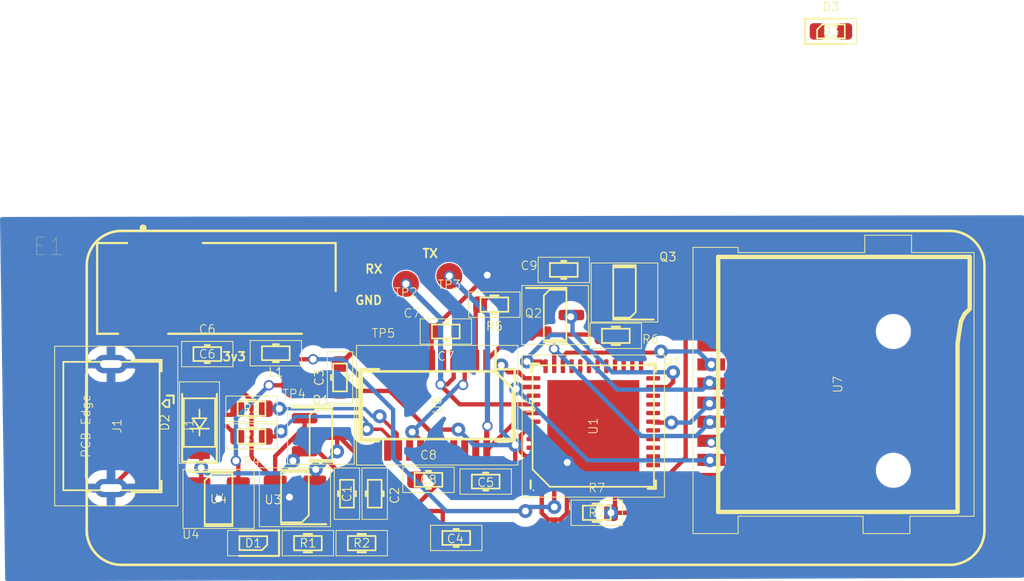
<source format=kicad_pcb>
(kicad_pcb (version 20171130) (host pcbnew 5.1.10)

  (general
    (thickness 1.6)
    (drawings 14)
    (tracks 327)
    (zones 0)
    (modules 34)
    (nets 71)
  )

  (page A4)
  (layers
    (0 F.Cu signal)
    (31 B.Cu signal)
    (32 B.Adhes user)
    (33 F.Adhes user)
    (34 B.Paste user)
    (35 F.Paste user)
    (36 B.SilkS user)
    (37 F.SilkS user)
    (38 B.Mask user)
    (39 F.Mask user)
    (40 Dwgs.User user)
    (41 Cmts.User user)
    (42 Eco1.User user)
    (43 Eco2.User user)
    (44 Edge.Cuts user)
    (45 Margin user)
    (46 B.CrtYd user)
    (47 F.CrtYd user)
    (48 B.Fab user)
    (49 F.Fab user hide)
  )

  (setup
    (last_trace_width 0.25)
    (user_trace_width 0.25)
    (trace_clearance 0.2)
    (zone_clearance 0.508)
    (zone_45_only no)
    (trace_min 0.2)
    (via_size 0.6)
    (via_drill 0.4)
    (via_min_size 0.4)
    (via_min_drill 0.3)
    (uvia_size 0.3)
    (uvia_drill 0.1)
    (uvias_allowed no)
    (uvia_min_size 0.2)
    (uvia_min_drill 0.1)
    (edge_width 0.05)
    (segment_width 0.2)
    (pcb_text_width 0.3)
    (pcb_text_size 1.5 1.5)
    (mod_edge_width 0.12)
    (mod_text_size 0.5 0.5)
    (mod_text_width 0.075)
    (pad_size 1.524 1.524)
    (pad_drill 0.762)
    (pad_to_mask_clearance 0)
    (aux_axis_origin 0 0)
    (visible_elements FFFFFF7F)
    (pcbplotparams
      (layerselection 0x010fc_ffffffff)
      (usegerberextensions false)
      (usegerberattributes true)
      (usegerberadvancedattributes true)
      (creategerberjobfile true)
      (excludeedgelayer true)
      (linewidth 0.100000)
      (plotframeref false)
      (viasonmask false)
      (mode 1)
      (useauxorigin false)
      (hpglpennumber 1)
      (hpglpenspeed 20)
      (hpglpendiameter 15.000000)
      (psnegative false)
      (psa4output false)
      (plotreference true)
      (plotvalue true)
      (plotinvisibletext false)
      (padsonsilk false)
      (subtractmaskfromsilk false)
      (outputformat 1)
      (mirror false)
      (drillshape 1)
      (scaleselection 1)
      (outputdirectory ""))
  )

  (net 0 "")
  (net 1 "Net-(U1-Pad48)")
  (net 2 "Net-(U1-Pad47)")
  (net 3 +3V3)
  (net 4 "Net-(U1-Pad45)")
  (net 5 "Net-(U1-Pad44)")
  (net 6 "Net-(U1-Pad42)")
  (net 7 "Net-(U1-Pad39)")
  (net 8 "Net-(U1-Pad33)")
  (net 9 "Net-(U1-Pad32)")
  (net 10 "Net-(U1-Pad31)")
  (net 11 "Net-(U1-Pad30)")
  (net 12 "Net-(U1-Pad29)")
  (net 13 "Net-(U1-Pad28)")
  (net 14 "Net-(U1-Pad27)")
  (net 15 "Net-(U1-Pad26)")
  (net 16 "Net-(U1-Pad25)")
  (net 17 "Net-(U1-Pad24)")
  (net 18 "Net-(U1-Pad22)")
  (net 19 "Net-(U1-Pad21)")
  (net 20 "Net-(U1-Pad20)")
  (net 21 "Net-(U1-Pad18)")
  (net 22 "Net-(U1-Pad17)")
  (net 23 "Net-(U1-Pad16)")
  (net 24 "Net-(U1-Pad15)")
  (net 25 "Net-(U1-Pad14)")
  (net 26 "Net-(U1-Pad13)")
  (net 27 "Net-(U1-Pad12)")
  (net 28 "Net-(U1-Pad11)")
  (net 29 "Net-(U1-Pad10)")
  (net 30 "Net-(U1-Pad8)")
  (net 31 "Net-(U1-Pad7)")
  (net 32 "Net-(U1-Pad6)")
  (net 33 "Net-(U1-Pad5)")
  (net 34 VBAT)
  (net 35 "Net-(C1-Pad1)")
  (net 36 "Net-(D1-Pad2)")
  (net 37 IO0)
  (net 38 "Net-(Q2-Pad2)")
  (net 39 "Net-(Q2-Pad1)")
  (net 40 "Net-(Q3-Pad3)")
  (net 41 EN)
  (net 42 "Net-(Q3-Pad1)")
  (net 43 TXD)
  (net 44 RXD)
  (net 45 RED)
  (net 46 GREEN)
  (net 47 "Net-(L1-Pad1)")
  (net 48 GND)
  (net 49 "Net-(U4-Pad4)")
  (net 50 "Net-(U6-Pad19)")
  (net 51 "Net-(U6-Pad18)")
  (net 52 "Net-(U6-Pad17)")
  (net 53 "Net-(C7-Pad1)")
  (net 54 "Net-(U6-Pad10)")
  (net 55 "Net-(U6-Pad9)")
  (net 56 "Net-(U6-Pad8)")
  (net 57 "Net-(U6-Pad7)")
  (net 58 "Net-(U6-Pad5)")
  (net 59 "Net-(D1-Pad1)")
  (net 60 D+)
  (net 61 "Net-(J1-Pad4)")
  (net 62 D-)
  (net 63 "Net-(R1-Pad1)")
  (net 64 "Net-(R2-Pad1)")
  (net 65 CLK)
  (net 66 "Net-(U7-Pad9)")
  (net 67 MISO)
  (net 68 MOSI)
  (net 69 CS)
  (net 70 "Net-(C6-Pad2)")

  (net_class Default "This is the default net class."
    (clearance 0.2)
    (trace_width 0.25)
    (via_dia 0.6)
    (via_drill 0.4)
    (uvia_dia 0.3)
    (uvia_drill 0.1)
    (add_net +3V3)
    (add_net EN)
    (add_net GREEN)
    (add_net IO0)
    (add_net "Net-(C1-Pad1)")
    (add_net "Net-(C6-Pad2)")
    (add_net "Net-(C7-Pad1)")
    (add_net "Net-(D1-Pad1)")
    (add_net "Net-(D1-Pad2)")
    (add_net "Net-(J1-Pad4)")
    (add_net "Net-(L1-Pad1)")
    (add_net "Net-(Q2-Pad1)")
    (add_net "Net-(Q2-Pad2)")
    (add_net "Net-(Q3-Pad1)")
    (add_net "Net-(Q3-Pad3)")
    (add_net "Net-(R1-Pad1)")
    (add_net "Net-(R2-Pad1)")
    (add_net "Net-(U1-Pad10)")
    (add_net "Net-(U1-Pad11)")
    (add_net "Net-(U1-Pad12)")
    (add_net "Net-(U1-Pad13)")
    (add_net "Net-(U1-Pad14)")
    (add_net "Net-(U1-Pad15)")
    (add_net "Net-(U1-Pad16)")
    (add_net "Net-(U1-Pad17)")
    (add_net "Net-(U1-Pad18)")
    (add_net "Net-(U1-Pad20)")
    (add_net "Net-(U1-Pad21)")
    (add_net "Net-(U1-Pad22)")
    (add_net "Net-(U1-Pad24)")
    (add_net "Net-(U1-Pad25)")
    (add_net "Net-(U1-Pad26)")
    (add_net "Net-(U1-Pad27)")
    (add_net "Net-(U1-Pad28)")
    (add_net "Net-(U1-Pad29)")
    (add_net "Net-(U1-Pad30)")
    (add_net "Net-(U1-Pad31)")
    (add_net "Net-(U1-Pad32)")
    (add_net "Net-(U1-Pad33)")
    (add_net "Net-(U1-Pad39)")
    (add_net "Net-(U1-Pad42)")
    (add_net "Net-(U1-Pad44)")
    (add_net "Net-(U1-Pad45)")
    (add_net "Net-(U1-Pad47)")
    (add_net "Net-(U1-Pad48)")
    (add_net "Net-(U1-Pad5)")
    (add_net "Net-(U1-Pad6)")
    (add_net "Net-(U1-Pad7)")
    (add_net "Net-(U1-Pad8)")
    (add_net "Net-(U4-Pad4)")
    (add_net "Net-(U6-Pad10)")
    (add_net "Net-(U6-Pad17)")
    (add_net "Net-(U6-Pad18)")
    (add_net "Net-(U6-Pad19)")
    (add_net "Net-(U6-Pad5)")
    (add_net "Net-(U6-Pad7)")
    (add_net "Net-(U6-Pad8)")
    (add_net "Net-(U6-Pad9)")
    (add_net "Net-(U7-Pad9)")
    (add_net RED)
  )

  (net_class thicc ""
    (clearance 0.25)
    (trace_width 0.3)
    (via_dia 0.6)
    (via_drill 0.4)
    (uvia_dia 0.3)
    (uvia_drill 0.1)
    (add_net CLK)
    (add_net CS)
    (add_net D+)
    (add_net D-)
    (add_net GND)
    (add_net MISO)
    (add_net MOSI)
    (add_net RXD)
    (add_net TXD)
    (add_net VBAT)
  )

  (module Capacitor_SMD:C_0603_1608Metric (layer F.Cu) (tedit 5F68FEEE) (tstamp 60C9BFC8)
    (at 175.1 119.2 90)
    (descr "Capacitor SMD 0603 (1608 Metric), square (rectangular) end terminal, IPC_7351 nominal, (Body size source: IPC-SM-782 page 76, https://www.pcb-3d.com/wordpress/wp-content/uploads/ipc-sm-782a_amendment_1_and_2.pdf), generated with kicad-footprint-generator")
    (tags capacitor)
    (path /60D3AAF0)
    (attr smd)
    (fp_text reference C3 (at 0 -1.2 90) (layer F.SilkS)
      (effects (font (size 0.5 0.5) (thickness 0.05)))
    )
    (fp_text value 2.2uF (at 0 1.43 90) (layer F.SilkS) hide
      (effects (font (size 0.5 0.5) (thickness 0.05)))
    )
    (fp_line (start 1.48 0.73) (end -1.48 0.73) (layer F.SilkS) (width 0.05))
    (fp_line (start 1.48 -0.73) (end 1.48 0.73) (layer F.SilkS) (width 0.05))
    (fp_line (start -1.48 -0.73) (end 1.48 -0.73) (layer F.SilkS) (width 0.05))
    (fp_line (start -1.48 0.73) (end -1.48 -0.73) (layer F.SilkS) (width 0.05))
    (fp_line (start -0.14058 0.51) (end 0.14058 0.51) (layer F.SilkS) (width 0.12))
    (fp_line (start -0.14058 -0.51) (end 0.14058 -0.51) (layer F.SilkS) (width 0.12))
    (fp_line (start 0.8 0.4) (end -0.8 0.4) (layer F.SilkS) (width 0.1))
    (fp_line (start 0.8 -0.4) (end 0.8 0.4) (layer F.SilkS) (width 0.1))
    (fp_line (start -0.8 -0.4) (end 0.8 -0.4) (layer F.SilkS) (width 0.1))
    (fp_line (start -0.8 0.4) (end -0.8 -0.4) (layer F.SilkS) (width 0.1))
    (fp_text user %R (at 0 -1.2 90) (layer F.SilkS)
      (effects (font (size 0.5 0.5) (thickness 0.05)))
    )
    (pad 2 smd roundrect (at 0.775 0 90) (size 0.9 0.95) (layers F.Cu F.Paste F.Mask) (roundrect_rratio 0.25)
      (net 48 GND))
    (pad 1 smd roundrect (at -0.775 0 90) (size 0.9 0.95) (layers F.Cu F.Paste F.Mask) (roundrect_rratio 0.25)
      (net 3 +3V3))
    (model ${KICAD6_3DMODEL_DIR}/Capacitor_SMD.3dshapes/C_0603_1608Metric.wrl
      (at (xyz 0 0 0))
      (scale (xyz 1 1 1))
      (rotate (xyz 0 0 0))
    )
  )

  (module microsd:testpad (layer F.Cu) (tedit 60C9747D) (tstamp 60CA16CD)
    (at 181.4 113.35)
    (path /60EE6738)
    (fp_text reference TP3 (at 0 0.5) (layer F.SilkS)
      (effects (font (size 0.5 0.5) (thickness 0.05)))
    )
    (fp_text value txdct (at 0 -0.5) (layer F.SilkS) hide
      (effects (font (size 0.5 0.5) (thickness 0.05)))
    )
    (pad 1 smd circle (at 0 0) (size 1.5 1.5) (layers F.Cu F.Paste F.Mask)
      (net 43 TXD))
  )

  (module PRO-0B-440:ANT_PRO-OB-440 (layer F.Cu) (tedit 60CB6EE5) (tstamp 60CBE57A)
    (at 163.75 112.2)
    (path /60CC20A0)
    (fp_text reference E1 (at -5.45 -0.55) (layer F.SilkS)
      (effects (font (size 1 1) (thickness 0.015)))
    )
    (fp_text value PRO-OB-440 (at 5.89 6.365) (layer F.Fab)
      (effects (font (size 1 1) (thickness 0.015)))
    )
    (fp_line (start -2.65 4.48) (end 11.1 4.48) (layer F.Fab) (width 0.127))
    (fp_line (start 11.1 4.48) (end 11.1 -0.75) (layer F.Fab) (width 0.127))
    (fp_line (start 11.1 -0.75) (end -2.65 -0.75) (layer F.Fab) (width 0.127))
    (fp_line (start -2.65 -0.75) (end -2.65 4.48) (layer F.SilkS) (width 0.127))
    (fp_line (start -2.9 -1) (end 1.05 -1) (layer F.CrtYd) (width 0.05))
    (fp_line (start 3.35 -1) (end 11.35 -1) (layer F.CrtYd) (width 0.05))
    (fp_line (start 9.225 4.73) (end 1.375 4.73) (layer F.CrtYd) (width 0.05))
    (fp_line (start 1.445 4.48) (end 9.155 4.48) (layer F.SilkS) (width 0.127))
    (fp_line (start 3.45 -0.75) (end 11.1 -0.75) (layer F.SilkS) (width 0.127))
    (fp_line (start 11.1 -0.75) (end 11.1 2.01) (layer F.SilkS) (width 0.127))
    (fp_circle (center 0 -1.62) (end 0.1 -1.62) (layer F.SilkS) (width 0.2))
    (fp_circle (center 0 -1.62) (end 0.1 -1.62) (layer F.Fab) (width 0.2))
    (fp_line (start -1.375 4.73) (end -1.375 5.28) (layer F.CrtYd) (width 0.05))
    (fp_line (start -1.375 5.28) (end 1.375 5.28) (layer F.CrtYd) (width 0.05))
    (fp_line (start 1.375 5.28) (end 1.375 4.73) (layer F.CrtYd) (width 0.05))
    (fp_line (start 1.05 -1) (end 1.05 -1.3) (layer F.CrtYd) (width 0.05))
    (fp_line (start 1.05 -1.3) (end 3.35 -1.3) (layer F.CrtYd) (width 0.05))
    (fp_line (start 3.35 -1.3) (end 3.35 -1) (layer F.CrtYd) (width 0.05))
    (fp_line (start 9.225 4.73) (end 9.225 5.35) (layer F.CrtYd) (width 0.05))
    (fp_line (start 9.225 5.35) (end 12.175 5.35) (layer F.CrtYd) (width 0.05))
    (fp_line (start -2.9 -1) (end -2.9 4.73) (layer F.CrtYd) (width 0.05))
    (fp_line (start -2.9 4.73) (end -1.375 4.73) (layer F.CrtYd) (width 0.05))
    (fp_line (start -2.65 -0.75) (end -2.65 4.48) (layer F.Fab) (width 0.127))
    (fp_poly (pts (xy 1.3 -1.05) (xy 3.1 -1.05) (xy 3.1 1.05) (xy 1.3 1.05)) (layer Dwgs.User) (width 0.01))
    (fp_poly (pts (xy 1.3 -1.05) (xy 3.1 -1.05) (xy 3.1 1.05) (xy 1.3 1.05)) (layer Dwgs.User) (width 0.01))
    (fp_poly (pts (xy 1.3 -1.05) (xy 3.1 -1.05) (xy 3.1 1.05) (xy 1.3 1.05)) (layer Dwgs.User) (width 0.01))
    (fp_poly (pts (xy 9.475 2.33) (xy 11.925 2.33) (xy 11.925 5.13) (xy 9.475 5.13)) (layer Dwgs.User) (width 0.01))
    (fp_poly (pts (xy 9.475 2.33) (xy 11.925 2.33) (xy 11.925 5.13) (xy 9.475 5.13)) (layer Dwgs.User) (width 0.01))
    (fp_poly (pts (xy 9.475 2.33) (xy 11.925 2.33) (xy 11.925 5.13) (xy 9.475 5.13)) (layer Dwgs.User) (width 0.01))
    (fp_line (start 11.35 -1) (end 11.35 2.08) (layer F.CrtYd) (width 0.05))
    (fp_line (start 11.35 2.08) (end 12.175 2.08) (layer F.CrtYd) (width 0.05))
    (fp_line (start 12.175 2.08) (end 12.175 5.35) (layer F.CrtYd) (width 0.05))
    (fp_poly (pts (xy -1.125 2.43) (xy 1.125 2.43) (xy 1.125 5.03) (xy -1.125 5.03)) (layer Dwgs.User) (width 0.01))
    (fp_poly (pts (xy -1.125 2.43) (xy 1.125 2.43) (xy 1.125 5.03) (xy -1.125 5.03)) (layer Dwgs.User) (width 0.01))
    (fp_poly (pts (xy -1.125 2.43) (xy 1.125 2.43) (xy 1.125 5.03) (xy -1.125 5.03)) (layer Dwgs.User) (width 0.01))
    (fp_line (start -2.65 4.48) (end -1.445 4.48) (layer F.SilkS) (width 0.127))
    (fp_line (start -2.65 -0.75) (end -0.92 -0.75) (layer F.SilkS) (width 0.127))
    (pad 1 smd rect (at 0 0) (size 1.2 1.5) (layers F.Cu F.Paste F.Mask)
      (net 48 GND))
    (pad 2 smd rect (at 2.2 0) (size 1.2 1.5) (layers F.Cu F.Paste F.Mask)
      (net 70 "Net-(C6-Pad2)"))
    (pad 4 smd rect (at 10.7 3.73) (size 1.2 1.5) (layers F.Cu F.Paste F.Mask))
    (pad 3 smd rect (at 0 3.73) (size 1.2 1.5) (layers F.Cu F.Paste F.Mask))
  )

  (module Package_SO:SSOP-20_3.9x8.7mm_P0.635mm (layer F.Cu) (tedit 5A4A2523) (tstamp 60CB0D95)
    (at 180.7 120.8 270)
    (descr "SSOP20: plastic shrink small outline package; 24 leads; body width 3.9 mm; lead pitch 0.635; (see http://www.ftdichip.com/Support/Documents/DataSheets/ICs/DS_FT231X.pdf)")
    (tags "SSOP 0.635")
    (path /60E3314E)
    (attr smd)
    (fp_text reference U6 (at 0 -5.4 90) (layer F.SilkS)
      (effects (font (size 0.5 0.5) (thickness 0.05)))
    )
    (fp_text value FT231XS (at 0 5.4 90) (layer F.SilkS) hide
      (effects (font (size 0.5 0.5) (thickness 0.05)))
    )
    (fp_line (start -0.95 -4.35) (end 1.95 -4.35) (layer F.SilkS) (width 0.15))
    (fp_line (start 1.95 -4.35) (end 1.95 4.35) (layer F.SilkS) (width 0.15))
    (fp_line (start 1.95 4.35) (end -1.95 4.35) (layer F.SilkS) (width 0.15))
    (fp_line (start -1.95 4.35) (end -1.95 -3.35) (layer F.SilkS) (width 0.15))
    (fp_line (start -1.95 -3.35) (end -0.95 -4.35) (layer F.SilkS) (width 0.15))
    (fp_line (start -3.45 -4.65) (end -3.45 4.65) (layer F.SilkS) (width 0.05))
    (fp_line (start 3.45 -4.65) (end 3.45 4.65) (layer F.SilkS) (width 0.05))
    (fp_line (start -3.45 -4.65) (end 3.45 -4.65) (layer F.SilkS) (width 0.05))
    (fp_line (start -3.45 4.65) (end 3.45 4.65) (layer F.SilkS) (width 0.05))
    (fp_line (start -2.075 -3.365) (end -2.075 -4.475) (layer F.SilkS) (width 0.15))
    (fp_line (start 2.075 -4.475) (end 2.075 -3.365) (layer F.SilkS) (width 0.15))
    (fp_line (start 2.075 4.475) (end 2.075 3.365) (layer F.SilkS) (width 0.15))
    (fp_line (start -2.075 4.475) (end -2.075 3.365) (layer F.SilkS) (width 0.15))
    (fp_line (start -2.075 -4.475) (end 2.075 -4.475) (layer F.SilkS) (width 0.15))
    (fp_line (start -2.075 4.475) (end 2.075 4.475) (layer F.SilkS) (width 0.15))
    (fp_line (start -2.075 -3.365) (end -3.2 -3.365) (layer F.SilkS) (width 0.15))
    (fp_text user %R (at 0 0 90) (layer F.SilkS)
      (effects (font (size 0.5 0.5) (thickness 0.05)))
    )
    (pad 20 smd rect (at 2.6 -2.8575 270) (size 1.2 0.4) (layers F.Cu F.Paste F.Mask)
      (net 43 TXD))
    (pad 19 smd rect (at 2.6 -2.2225 270) (size 1.2 0.4) (layers F.Cu F.Paste F.Mask)
      (net 50 "Net-(U6-Pad19)"))
    (pad 18 smd rect (at 2.6 -1.5875 270) (size 1.2 0.4) (layers F.Cu F.Paste F.Mask)
      (net 51 "Net-(U6-Pad18)"))
    (pad 17 smd rect (at 2.6 -0.9525 270) (size 1.2 0.4) (layers F.Cu F.Paste F.Mask)
      (net 52 "Net-(U6-Pad17)"))
    (pad 16 smd rect (at 2.6 -0.3175 270) (size 1.2 0.4) (layers F.Cu F.Paste F.Mask)
      (net 48 GND))
    (pad 15 smd rect (at 2.6 0.3175 270) (size 1.2 0.4) (layers F.Cu F.Paste F.Mask)
      (net 3 +3V3))
    (pad 14 smd rect (at 2.6 0.9525 270) (size 1.2 0.4) (layers F.Cu F.Paste F.Mask)
      (net 53 "Net-(C7-Pad1)"))
    (pad 13 smd rect (at 2.6 1.5875 270) (size 1.2 0.4) (layers F.Cu F.Paste F.Mask)
      (net 53 "Net-(C7-Pad1)"))
    (pad 12 smd rect (at 2.6 2.2225 270) (size 1.2 0.4) (layers F.Cu F.Paste F.Mask)
      (net 62 D-))
    (pad 11 smd rect (at 2.6 2.8575 270) (size 1.2 0.4) (layers F.Cu F.Paste F.Mask)
      (net 60 D+))
    (pad 10 smd rect (at -2.6 2.8575 270) (size 1.2 0.4) (layers F.Cu F.Paste F.Mask)
      (net 54 "Net-(U6-Pad10)"))
    (pad 9 smd rect (at -2.6 2.2225 270) (size 1.2 0.4) (layers F.Cu F.Paste F.Mask)
      (net 55 "Net-(U6-Pad9)"))
    (pad 8 smd rect (at -2.6 1.5875 270) (size 1.2 0.4) (layers F.Cu F.Paste F.Mask)
      (net 56 "Net-(U6-Pad8)"))
    (pad 7 smd rect (at -2.6 0.9525 270) (size 1.2 0.4) (layers F.Cu F.Paste F.Mask)
      (net 57 "Net-(U6-Pad7)"))
    (pad 6 smd rect (at -2.6 0.3175 270) (size 1.2 0.4) (layers F.Cu F.Paste F.Mask)
      (net 48 GND))
    (pad 5 smd rect (at -2.6 -0.3175 270) (size 1.2 0.4) (layers F.Cu F.Paste F.Mask)
      (net 58 "Net-(U6-Pad5)"))
    (pad 4 smd rect (at -2.6 -0.9525 270) (size 1.2 0.4) (layers F.Cu F.Paste F.Mask)
      (net 44 RXD))
    (pad 3 smd rect (at -2.6 -1.5875 270) (size 1.2 0.4) (layers F.Cu F.Paste F.Mask)
      (net 53 "Net-(C7-Pad1)"))
    (pad 2 smd rect (at -2.6 -2.2225 270) (size 1.2 0.4) (layers F.Cu F.Paste F.Mask)
      (net 40 "Net-(Q3-Pad3)"))
    (pad 1 smd rect (at -2.6 -2.8575 270) (size 1.2 0.4) (layers F.Cu F.Paste F.Mask)
      (net 38 "Net-(Q2-Pad2)"))
    (model ${KICAD6_3DMODEL_DIR}/Package_SO.3dshapes/SSOP-20_3.9x8.7mm_P0.635mm.wrl
      (at (xyz 0 0 0))
      (scale (xyz 1 1 1))
      (rotate (xyz 0 0 0))
    )
  )

  (module Diode_SMD:D_SOD-123 (layer F.Cu) (tedit 58645DC7) (tstamp 60CB04EE)
    (at 167 121.8 90)
    (descr SOD-123)
    (tags SOD-123)
    (path /60D0474E)
    (attr smd)
    (fp_text reference D2 (at 0 -2 90) (layer F.SilkS)
      (effects (font (size 0.5 0.5) (thickness 0.05)))
    )
    (fp_text value D_Schottky (at 0 2.1 90) (layer F.SilkS) hide
      (effects (font (size 0.5 0.5) (thickness 0.05)))
    )
    (fp_line (start -2.25 -1) (end -2.25 1) (layer F.SilkS) (width 0.12))
    (fp_line (start 0.25 0) (end 0.75 0) (layer F.SilkS) (width 0.1))
    (fp_line (start 0.25 0.4) (end -0.35 0) (layer F.SilkS) (width 0.1))
    (fp_line (start 0.25 -0.4) (end 0.25 0.4) (layer F.SilkS) (width 0.1))
    (fp_line (start -0.35 0) (end 0.25 -0.4) (layer F.SilkS) (width 0.1))
    (fp_line (start -0.35 0) (end -0.35 0.55) (layer F.SilkS) (width 0.1))
    (fp_line (start -0.35 0) (end -0.35 -0.55) (layer F.SilkS) (width 0.1))
    (fp_line (start -0.75 0) (end -0.35 0) (layer F.SilkS) (width 0.1))
    (fp_line (start -1.4 0.9) (end -1.4 -0.9) (layer F.SilkS) (width 0.1))
    (fp_line (start 1.4 0.9) (end -1.4 0.9) (layer F.SilkS) (width 0.1))
    (fp_line (start 1.4 -0.9) (end 1.4 0.9) (layer F.SilkS) (width 0.1))
    (fp_line (start -1.4 -0.9) (end 1.4 -0.9) (layer F.SilkS) (width 0.1))
    (fp_line (start -2.35 -1.15) (end 2.35 -1.15) (layer F.SilkS) (width 0.05))
    (fp_line (start 2.35 -1.15) (end 2.35 1.15) (layer F.SilkS) (width 0.05))
    (fp_line (start 2.35 1.15) (end -2.35 1.15) (layer F.SilkS) (width 0.05))
    (fp_line (start -2.35 -1.15) (end -2.35 1.15) (layer F.SilkS) (width 0.05))
    (fp_line (start -2.25 1) (end 1.65 1) (layer F.SilkS) (width 0.12))
    (fp_line (start -2.25 -1) (end 1.65 -1) (layer F.SilkS) (width 0.12))
    (fp_text user %R (at 0 -2 90) (layer F.SilkS)
      (effects (font (size 0.5 0.5) (thickness 0.05)))
    )
    (pad 2 smd rect (at 1.65 0 90) (size 0.9 1.2) (layers F.Cu F.Paste F.Mask)
      (net 36 "Net-(D1-Pad2)"))
    (pad 1 smd rect (at -1.65 0 90) (size 0.9 1.2) (layers F.Cu F.Paste F.Mask)
      (net 35 "Net-(C1-Pad1)"))
    (model ${KICAD6_3DMODEL_DIR}/Diode_SMD.3dshapes/D_SOD-123.wrl
      (at (xyz 0 0 0))
      (scale (xyz 1 1 1))
      (rotate (xyz 0 0 0))
    )
  )

  (module Inductor_SMD:L_0603_1608Metric (layer F.Cu) (tedit 5F68FEF0) (tstamp 60C9C1FA)
    (at 171.4 117.8 180)
    (descr "Inductor SMD 0603 (1608 Metric), square (rectangular) end terminal, IPC_7351 nominal, (Body size source: http://www.tortai-tech.com/upload/download/2011102023233369053.pdf), generated with kicad-footprint-generator")
    (tags inductor)
    (path /60CA3C71)
    (attr smd)
    (fp_text reference L1 (at 0 -1.1) (layer F.SilkS)
      (effects (font (size 0.5 0.5) (thickness 0.05)))
    )
    (fp_text value 1.8nH (at 0 1.43) (layer F.SilkS) hide
      (effects (font (size 0.5 0.5) (thickness 0.05)))
    )
    (fp_line (start 1.48 0.73) (end -1.48 0.73) (layer F.SilkS) (width 0.05))
    (fp_line (start 1.48 -0.73) (end 1.48 0.73) (layer F.SilkS) (width 0.05))
    (fp_line (start -1.48 -0.73) (end 1.48 -0.73) (layer F.SilkS) (width 0.05))
    (fp_line (start -1.48 0.73) (end -1.48 -0.73) (layer F.SilkS) (width 0.05))
    (fp_line (start -0.162779 0.51) (end 0.162779 0.51) (layer F.SilkS) (width 0.12))
    (fp_line (start -0.162779 -0.51) (end 0.162779 -0.51) (layer F.SilkS) (width 0.12))
    (fp_line (start 0.8 0.4) (end -0.8 0.4) (layer F.SilkS) (width 0.1))
    (fp_line (start 0.8 -0.4) (end 0.8 0.4) (layer F.SilkS) (width 0.1))
    (fp_line (start -0.8 -0.4) (end 0.8 -0.4) (layer F.SilkS) (width 0.1))
    (fp_line (start -0.8 0.4) (end -0.8 -0.4) (layer F.SilkS) (width 0.1))
    (fp_text user %R (at 0 -1.1) (layer F.SilkS)
      (effects (font (size 0.5 0.5) (thickness 0.05)))
    )
    (pad 2 smd roundrect (at 0.7875 0 180) (size 0.875 0.95) (layers F.Cu F.Paste F.Mask) (roundrect_rratio 0.25)
      (net 70 "Net-(C6-Pad2)"))
    (pad 1 smd roundrect (at -0.7875 0 180) (size 0.875 0.95) (layers F.Cu F.Paste F.Mask) (roundrect_rratio 0.25)
      (net 47 "Net-(L1-Pad1)"))
    (model ${KICAD6_3DMODEL_DIR}/Inductor_SMD.3dshapes/L_0603_1608Metric.wrl
      (at (xyz 0 0 0))
      (scale (xyz 1 1 1))
      (rotate (xyz 0 0 0))
    )
  )

  (module Capacitor_SMD:C_0603_1608Metric (layer F.Cu) (tedit 5F68FEEE) (tstamp 60C9C01D)
    (at 180.2 125.1)
    (descr "Capacitor SMD 0603 (1608 Metric), square (rectangular) end terminal, IPC_7351 nominal, (Body size source: IPC-SM-782 page 76, https://www.pcb-3d.com/wordpress/wp-content/uploads/ipc-sm-782a_amendment_1_and_2.pdf), generated with kicad-footprint-generator")
    (tags capacitor)
    (path /60E4BF06)
    (attr smd)
    (fp_text reference C8 (at 0 -1.43) (layer F.SilkS)
      (effects (font (size 0.5 0.5) (thickness 0.05)))
    )
    (fp_text value 2.2uF (at 0 1.43) (layer F.SilkS) hide
      (effects (font (size 0.5 0.5) (thickness 0.05)))
    )
    (fp_line (start 1.48 0.73) (end -1.48 0.73) (layer F.SilkS) (width 0.05))
    (fp_line (start 1.48 -0.73) (end 1.48 0.73) (layer F.SilkS) (width 0.05))
    (fp_line (start -1.48 -0.73) (end 1.48 -0.73) (layer F.SilkS) (width 0.05))
    (fp_line (start -1.48 0.73) (end -1.48 -0.73) (layer F.SilkS) (width 0.05))
    (fp_line (start -0.14058 0.51) (end 0.14058 0.51) (layer F.SilkS) (width 0.12))
    (fp_line (start -0.14058 -0.51) (end 0.14058 -0.51) (layer F.SilkS) (width 0.12))
    (fp_line (start 0.8 0.4) (end -0.8 0.4) (layer F.SilkS) (width 0.1))
    (fp_line (start 0.8 -0.4) (end 0.8 0.4) (layer F.SilkS) (width 0.1))
    (fp_line (start -0.8 -0.4) (end 0.8 -0.4) (layer F.SilkS) (width 0.1))
    (fp_line (start -0.8 0.4) (end -0.8 -0.4) (layer F.SilkS) (width 0.1))
    (fp_text user %R (at 0 0) (layer F.SilkS)
      (effects (font (size 0.5 0.5) (thickness 0.05)))
    )
    (pad 2 smd roundrect (at 0.775 0) (size 0.9 0.95) (layers F.Cu F.Paste F.Mask) (roundrect_rratio 0.25)
      (net 48 GND))
    (pad 1 smd roundrect (at -0.775 0) (size 0.9 0.95) (layers F.Cu F.Paste F.Mask) (roundrect_rratio 0.25)
      (net 3 +3V3))
    (model ${KICAD6_3DMODEL_DIR}/Capacitor_SMD.3dshapes/C_0603_1608Metric.wrl
      (at (xyz 0 0 0))
      (scale (xyz 1 1 1))
      (rotate (xyz 0 0 0))
    )
  )

  (module Capacitor_SMD:C_0603_1608Metric (layer F.Cu) (tedit 5F68FEEE) (tstamp 60C9C00C)
    (at 181.2 116.55 180)
    (descr "Capacitor SMD 0603 (1608 Metric), square (rectangular) end terminal, IPC_7351 nominal, (Body size source: IPC-SM-782 page 76, https://www.pcb-3d.com/wordpress/wp-content/uploads/ipc-sm-782a_amendment_1_and_2.pdf), generated with kicad-footprint-generator")
    (tags capacitor)
    (path /60E623EB)
    (attr smd)
    (fp_text reference C7 (at 0 -1.43) (layer F.SilkS)
      (effects (font (size 0.5 0.5) (thickness 0.05)))
    )
    (fp_text value 0.1uF (at 0 1.43) (layer F.SilkS) hide
      (effects (font (size 0.5 0.5) (thickness 0.05)))
    )
    (fp_line (start 1.48 0.73) (end -1.48 0.73) (layer F.SilkS) (width 0.05))
    (fp_line (start 1.48 -0.73) (end 1.48 0.73) (layer F.SilkS) (width 0.05))
    (fp_line (start -1.48 -0.73) (end 1.48 -0.73) (layer F.SilkS) (width 0.05))
    (fp_line (start -1.48 0.73) (end -1.48 -0.73) (layer F.SilkS) (width 0.05))
    (fp_line (start -0.14058 0.51) (end 0.14058 0.51) (layer F.SilkS) (width 0.12))
    (fp_line (start -0.14058 -0.51) (end 0.14058 -0.51) (layer F.SilkS) (width 0.12))
    (fp_line (start 0.8 0.4) (end -0.8 0.4) (layer F.SilkS) (width 0.1))
    (fp_line (start 0.8 -0.4) (end 0.8 0.4) (layer F.SilkS) (width 0.1))
    (fp_line (start -0.8 -0.4) (end 0.8 -0.4) (layer F.SilkS) (width 0.1))
    (fp_line (start -0.8 0.4) (end -0.8 -0.4) (layer F.SilkS) (width 0.1))
    (fp_text user %R (at 1.95 1.05) (layer F.SilkS)
      (effects (font (size 0.5 0.5) (thickness 0.05)))
    )
    (pad 2 smd roundrect (at 0.775 0 180) (size 0.9 0.95) (layers F.Cu F.Paste F.Mask) (roundrect_rratio 0.25)
      (net 48 GND))
    (pad 1 smd roundrect (at -0.775 0 180) (size 0.9 0.95) (layers F.Cu F.Paste F.Mask) (roundrect_rratio 0.25)
      (net 53 "Net-(C7-Pad1)"))
    (model ${KICAD6_3DMODEL_DIR}/Capacitor_SMD.3dshapes/C_0603_1608Metric.wrl
      (at (xyz 0 0 0))
      (scale (xyz 1 1 1))
      (rotate (xyz 0 0 0))
    )
  )

  (module Capacitor_SMD:C_0603_1608Metric (layer F.Cu) (tedit 5F68FEEE) (tstamp 60CB7C9F)
    (at 167.45 117.85)
    (descr "Capacitor SMD 0603 (1608 Metric), square (rectangular) end terminal, IPC_7351 nominal, (Body size source: IPC-SM-782 page 76, https://www.pcb-3d.com/wordpress/wp-content/uploads/ipc-sm-782a_amendment_1_and_2.pdf), generated with kicad-footprint-generator")
    (tags capacitor)
    (path /60CA8290)
    (attr smd)
    (fp_text reference C6 (at 0 -1.43) (layer F.SilkS)
      (effects (font (size 0.5 0.5) (thickness 0.05)))
    )
    (fp_text value 2.7pF (at 0 1.43) (layer F.SilkS) hide
      (effects (font (size 0.5 0.5) (thickness 0.05)))
    )
    (fp_line (start 1.48 0.73) (end -1.48 0.73) (layer F.SilkS) (width 0.05))
    (fp_line (start 1.48 -0.73) (end 1.48 0.73) (layer F.SilkS) (width 0.05))
    (fp_line (start -1.48 -0.73) (end 1.48 -0.73) (layer F.SilkS) (width 0.05))
    (fp_line (start -1.48 0.73) (end -1.48 -0.73) (layer F.SilkS) (width 0.05))
    (fp_line (start -0.14058 0.51) (end 0.14058 0.51) (layer F.SilkS) (width 0.12))
    (fp_line (start -0.14058 -0.51) (end 0.14058 -0.51) (layer F.SilkS) (width 0.12))
    (fp_line (start 0.8 0.4) (end -0.8 0.4) (layer F.SilkS) (width 0.1))
    (fp_line (start 0.8 -0.4) (end 0.8 0.4) (layer F.SilkS) (width 0.1))
    (fp_line (start -0.8 -0.4) (end 0.8 -0.4) (layer F.SilkS) (width 0.1))
    (fp_line (start -0.8 0.4) (end -0.8 -0.4) (layer F.SilkS) (width 0.1))
    (fp_text user %R (at 0 0) (layer F.SilkS)
      (effects (font (size 0.5 0.5) (thickness 0.05)))
    )
    (pad 2 smd roundrect (at 0.775 0) (size 0.9 0.95) (layers F.Cu F.Paste F.Mask) (roundrect_rratio 0.25)
      (net 70 "Net-(C6-Pad2)"))
    (pad 1 smd roundrect (at -0.775 0) (size 0.9 0.95) (layers F.Cu F.Paste F.Mask) (roundrect_rratio 0.25)
      (net 48 GND))
    (model ${KICAD6_3DMODEL_DIR}/Capacitor_SMD.3dshapes/C_0603_1608Metric.wrl
      (at (xyz 0 0 0))
      (scale (xyz 1 1 1))
      (rotate (xyz 0 0 0))
    )
  )

  (module Capacitor_SMD:C_0603_1608Metric (layer F.Cu) (tedit 5F68FEEE) (tstamp 60CBB2FC)
    (at 183.5 125.2 180)
    (descr "Capacitor SMD 0603 (1608 Metric), square (rectangular) end terminal, IPC_7351 nominal, (Body size source: IPC-SM-782 page 76, https://www.pcb-3d.com/wordpress/wp-content/uploads/ipc-sm-782a_amendment_1_and_2.pdf), generated with kicad-footprint-generator")
    (tags capacitor)
    (path /60CB3E89)
    (attr smd)
    (fp_text reference C5 (at 0 -0.05) (layer F.SilkS)
      (effects (font (size 0.5 0.5) (thickness 0.05)))
    )
    (fp_text value 0.1uF (at 0 1.43) (layer F.SilkS) hide
      (effects (font (size 0.5 0.5) (thickness 0.05)))
    )
    (fp_line (start 1.48 0.73) (end -1.48 0.73) (layer F.SilkS) (width 0.05))
    (fp_line (start 1.48 -0.73) (end 1.48 0.73) (layer F.SilkS) (width 0.05))
    (fp_line (start -1.48 -0.73) (end 1.48 -0.73) (layer F.SilkS) (width 0.05))
    (fp_line (start -1.48 0.73) (end -1.48 -0.73) (layer F.SilkS) (width 0.05))
    (fp_line (start -0.14058 0.51) (end 0.14058 0.51) (layer F.SilkS) (width 0.12))
    (fp_line (start -0.14058 -0.51) (end 0.14058 -0.51) (layer F.SilkS) (width 0.12))
    (fp_line (start 0.8 0.4) (end -0.8 0.4) (layer F.SilkS) (width 0.1))
    (fp_line (start 0.8 -0.4) (end 0.8 0.4) (layer F.SilkS) (width 0.1))
    (fp_line (start -0.8 -0.4) (end 0.8 -0.4) (layer F.SilkS) (width 0.1))
    (fp_line (start -0.8 0.4) (end -0.8 -0.4) (layer F.SilkS) (width 0.1))
    (fp_text user %R (at 0 -0.05) (layer F.SilkS)
      (effects (font (size 0.5 0.5) (thickness 0.05)))
    )
    (pad 2 smd roundrect (at 0.775 0 180) (size 0.9 0.95) (layers F.Cu F.Paste F.Mask) (roundrect_rratio 0.25)
      (net 48 GND))
    (pad 1 smd roundrect (at -0.775 0 180) (size 0.9 0.95) (layers F.Cu F.Paste F.Mask) (roundrect_rratio 0.25)
      (net 3 +3V3))
    (model ${KICAD6_3DMODEL_DIR}/Capacitor_SMD.3dshapes/C_0603_1608Metric.wrl
      (at (xyz 0 0 0))
      (scale (xyz 1 1 1))
      (rotate (xyz 0 0 0))
    )
  )

  (module Capacitor_SMD:C_0603_1608Metric (layer F.Cu) (tedit 5F68FEEE) (tstamp 60C9BFD9)
    (at 181.8 128.45 180)
    (descr "Capacitor SMD 0603 (1608 Metric), square (rectangular) end terminal, IPC_7351 nominal, (Body size source: IPC-SM-782 page 76, https://www.pcb-3d.com/wordpress/wp-content/uploads/ipc-sm-782a_amendment_1_and_2.pdf), generated with kicad-footprint-generator")
    (tags capacitor)
    (path /60CB060B)
    (attr smd)
    (fp_text reference C4 (at 0.05 -0.05) (layer F.SilkS)
      (effects (font (size 0.5 0.5) (thickness 0.05)))
    )
    (fp_text value 0.1uF (at 0 1.43) (layer F.SilkS) hide
      (effects (font (size 0.5 0.5) (thickness 0.05)))
    )
    (fp_line (start 1.48 0.73) (end -1.48 0.73) (layer F.SilkS) (width 0.05))
    (fp_line (start 1.48 -0.73) (end 1.48 0.73) (layer F.SilkS) (width 0.05))
    (fp_line (start -1.48 -0.73) (end 1.48 -0.73) (layer F.SilkS) (width 0.05))
    (fp_line (start -1.48 0.73) (end -1.48 -0.73) (layer F.SilkS) (width 0.05))
    (fp_line (start -0.14058 0.51) (end 0.14058 0.51) (layer F.SilkS) (width 0.12))
    (fp_line (start -0.14058 -0.51) (end 0.14058 -0.51) (layer F.SilkS) (width 0.12))
    (fp_line (start 0.8 0.4) (end -0.8 0.4) (layer F.SilkS) (width 0.1))
    (fp_line (start 0.8 -0.4) (end 0.8 0.4) (layer F.SilkS) (width 0.1))
    (fp_line (start -0.8 -0.4) (end 0.8 -0.4) (layer F.SilkS) (width 0.1))
    (fp_line (start -0.8 0.4) (end -0.8 -0.4) (layer F.SilkS) (width 0.1))
    (fp_text user %R (at 0.05 -0.05) (layer F.SilkS)
      (effects (font (size 0.5 0.5) (thickness 0.05)))
    )
    (pad 2 smd roundrect (at 0.775 0 180) (size 0.9 0.95) (layers F.Cu F.Paste F.Mask) (roundrect_rratio 0.25)
      (net 48 GND))
    (pad 1 smd roundrect (at -0.775 0 180) (size 0.9 0.95) (layers F.Cu F.Paste F.Mask) (roundrect_rratio 0.25)
      (net 3 +3V3))
    (model ${KICAD6_3DMODEL_DIR}/Capacitor_SMD.3dshapes/C_0603_1608Metric.wrl
      (at (xyz 0 0 0))
      (scale (xyz 1 1 1))
      (rotate (xyz 0 0 0))
    )
  )

  (module Capacitor_SMD:C_0603_1608Metric (layer F.Cu) (tedit 5F68FEEE) (tstamp 60CB07BC)
    (at 177.1 125.9 270)
    (descr "Capacitor SMD 0603 (1608 Metric), square (rectangular) end terminal, IPC_7351 nominal, (Body size source: IPC-SM-782 page 76, https://www.pcb-3d.com/wordpress/wp-content/uploads/ipc-sm-782a_amendment_1_and_2.pdf), generated with kicad-footprint-generator")
    (tags capacitor)
    (path /60D96D15)
    (attr smd)
    (fp_text reference C2 (at 0.1 -1.15 90) (layer F.SilkS)
      (effects (font (size 0.5 0.5) (thickness 0.05)))
    )
    (fp_text value 10uF (at 0 1.43 90) (layer F.SilkS) hide
      (effects (font (size 0.5 0.5) (thickness 0.05)))
    )
    (fp_line (start 1.48 0.73) (end -1.48 0.73) (layer F.SilkS) (width 0.05))
    (fp_line (start 1.48 -0.73) (end 1.48 0.73) (layer F.SilkS) (width 0.05))
    (fp_line (start -1.48 -0.73) (end 1.48 -0.73) (layer F.SilkS) (width 0.05))
    (fp_line (start -1.48 0.73) (end -1.48 -0.73) (layer F.SilkS) (width 0.05))
    (fp_line (start -0.14058 0.51) (end 0.14058 0.51) (layer F.SilkS) (width 0.12))
    (fp_line (start -0.14058 -0.51) (end 0.14058 -0.51) (layer F.SilkS) (width 0.12))
    (fp_line (start 0.8 0.4) (end -0.8 0.4) (layer F.SilkS) (width 0.1))
    (fp_line (start 0.8 -0.4) (end 0.8 0.4) (layer F.SilkS) (width 0.1))
    (fp_line (start -0.8 -0.4) (end 0.8 -0.4) (layer F.SilkS) (width 0.1))
    (fp_line (start -0.8 0.4) (end -0.8 -0.4) (layer F.SilkS) (width 0.1))
    (fp_text user %R (at 0.1 -1.15 90) (layer F.SilkS)
      (effects (font (size 0.5 0.5) (thickness 0.05)))
    )
    (pad 2 smd roundrect (at 0.775 0 270) (size 0.9 0.95) (layers F.Cu F.Paste F.Mask) (roundrect_rratio 0.25)
      (net 48 GND))
    (pad 1 smd roundrect (at -0.775 0 270) (size 0.9 0.95) (layers F.Cu F.Paste F.Mask) (roundrect_rratio 0.25)
      (net 34 VBAT))
    (model ${KICAD6_3DMODEL_DIR}/Capacitor_SMD.3dshapes/C_0603_1608Metric.wrl
      (at (xyz 0 0 0))
      (scale (xyz 1 1 1))
      (rotate (xyz 0 0 0))
    )
  )

  (module Capacitor_SMD:C_0603_1608Metric (layer F.Cu) (tedit 5F68FEEE) (tstamp 60CB052E)
    (at 175.5 125.9 270)
    (descr "Capacitor SMD 0603 (1608 Metric), square (rectangular) end terminal, IPC_7351 nominal, (Body size source: IPC-SM-782 page 76, https://www.pcb-3d.com/wordpress/wp-content/uploads/ipc-sm-782a_amendment_1_and_2.pdf), generated with kicad-footprint-generator")
    (tags capacitor)
    (path /60D27F15)
    (attr smd)
    (fp_text reference C1 (at 0 0 90) (layer F.SilkS)
      (effects (font (size 0.5 0.5) (thickness 0.05)))
    )
    (fp_text value 1uF (at 0 1.43 90) (layer F.SilkS) hide
      (effects (font (size 0.5 0.5) (thickness 0.05)))
    )
    (fp_line (start 1.48 0.73) (end -1.48 0.73) (layer F.SilkS) (width 0.05))
    (fp_line (start 1.48 -0.73) (end 1.48 0.73) (layer F.SilkS) (width 0.05))
    (fp_line (start -1.48 -0.73) (end 1.48 -0.73) (layer F.SilkS) (width 0.05))
    (fp_line (start -1.48 0.73) (end -1.48 -0.73) (layer F.SilkS) (width 0.05))
    (fp_line (start -0.14058 0.51) (end 0.14058 0.51) (layer F.SilkS) (width 0.12))
    (fp_line (start -0.14058 -0.51) (end 0.14058 -0.51) (layer F.SilkS) (width 0.12))
    (fp_line (start 0.8 0.4) (end -0.8 0.4) (layer F.SilkS) (width 0.1))
    (fp_line (start 0.8 -0.4) (end 0.8 0.4) (layer F.SilkS) (width 0.1))
    (fp_line (start -0.8 -0.4) (end 0.8 -0.4) (layer F.SilkS) (width 0.1))
    (fp_line (start -0.8 0.4) (end -0.8 -0.4) (layer F.SilkS) (width 0.1))
    (fp_text user %R (at 0 0 90) (layer F.SilkS)
      (effects (font (size 0.5 0.5) (thickness 0.05)))
    )
    (pad 2 smd roundrect (at 0.775 0 270) (size 0.9 0.95) (layers F.Cu F.Paste F.Mask) (roundrect_rratio 0.25)
      (net 48 GND))
    (pad 1 smd roundrect (at -0.775 0 270) (size 0.9 0.95) (layers F.Cu F.Paste F.Mask) (roundrect_rratio 0.25)
      (net 35 "Net-(C1-Pad1)"))
    (model ${KICAD6_3DMODEL_DIR}/Capacitor_SMD.3dshapes/C_0603_1608Metric.wrl
      (at (xyz 0 0 0))
      (scale (xyz 1 1 1))
      (rotate (xyz 0 0 0))
    )
  )

  (module Capacitor_SMD:C_0603_1608Metric (layer F.Cu) (tedit 5F68FEEE) (tstamp 60CAECAC)
    (at 188 113 180)
    (descr "Capacitor SMD 0603 (1608 Metric), square (rectangular) end terminal, IPC_7351 nominal, (Body size source: IPC-SM-782 page 76, https://www.pcb-3d.com/wordpress/wp-content/uploads/ipc-sm-782a_amendment_1_and_2.pdf), generated with kicad-footprint-generator")
    (tags capacitor)
    (path /60DF9C31)
    (attr smd)
    (fp_text reference C9 (at 2 0.25) (layer F.SilkS)
      (effects (font (size 0.5 0.5) (thickness 0.05)))
    )
    (fp_text value 2.7pF (at 0 1.43) (layer F.SilkS) hide
      (effects (font (size 0.5 0.5) (thickness 0.05)))
    )
    (fp_line (start 1.48 0.73) (end -1.48 0.73) (layer F.SilkS) (width 0.05))
    (fp_line (start 1.48 -0.73) (end 1.48 0.73) (layer F.SilkS) (width 0.05))
    (fp_line (start -1.48 -0.73) (end 1.48 -0.73) (layer F.SilkS) (width 0.05))
    (fp_line (start -1.48 0.73) (end -1.48 -0.73) (layer F.SilkS) (width 0.05))
    (fp_line (start -0.14058 0.51) (end 0.14058 0.51) (layer F.SilkS) (width 0.12))
    (fp_line (start -0.14058 -0.51) (end 0.14058 -0.51) (layer F.SilkS) (width 0.12))
    (fp_line (start 0.8 0.4) (end -0.8 0.4) (layer F.SilkS) (width 0.1))
    (fp_line (start 0.8 -0.4) (end 0.8 0.4) (layer F.SilkS) (width 0.1))
    (fp_line (start -0.8 -0.4) (end 0.8 -0.4) (layer F.SilkS) (width 0.1))
    (fp_line (start -0.8 0.4) (end -0.8 -0.4) (layer F.SilkS) (width 0.1))
    (pad 2 smd roundrect (at 0.775 0 180) (size 0.9 0.95) (layers F.Cu F.Paste F.Mask) (roundrect_rratio 0.25)
      (net 48 GND))
    (pad 1 smd roundrect (at -0.775 0 180) (size 0.9 0.95) (layers F.Cu F.Paste F.Mask) (roundrect_rratio 0.25)
      (net 41 EN))
    (model ${KICAD6_3DMODEL_DIR}/Capacitor_SMD.3dshapes/C_0603_1608Metric.wrl
      (at (xyz 0 0 0))
      (scale (xyz 1 1 1))
      (rotate (xyz 0 0 0))
    )
  )

  (module Resistor_SMD:R_0603_1608Metric (layer F.Cu) (tedit 5F68FEEE) (tstamp 60CAB86F)
    (at 189.9 127)
    (descr "Resistor SMD 0603 (1608 Metric), square (rectangular) end terminal, IPC_7351 nominal, (Body size source: IPC-SM-782 page 72, https://www.pcb-3d.com/wordpress/wp-content/uploads/ipc-sm-782a_amendment_1_and_2.pdf), generated with kicad-footprint-generator")
    (tags resistor)
    (path /60E16A7D)
    (attr smd)
    (fp_text reference R7 (at 0 -1.43) (layer F.SilkS)
      (effects (font (size 0.5 0.5) (thickness 0.05)))
    )
    (fp_text value 10k (at 0 1.43) (layer F.SilkS) hide
      (effects (font (size 0.5 0.5) (thickness 0.05)))
    )
    (fp_line (start 1.48 0.73) (end -1.48 0.73) (layer F.SilkS) (width 0.05))
    (fp_line (start 1.48 -0.73) (end 1.48 0.73) (layer F.SilkS) (width 0.05))
    (fp_line (start -1.48 -0.73) (end 1.48 -0.73) (layer F.SilkS) (width 0.05))
    (fp_line (start -1.48 0.73) (end -1.48 -0.73) (layer F.SilkS) (width 0.05))
    (fp_line (start -0.237258 0.5225) (end 0.237258 0.5225) (layer F.SilkS) (width 0.12))
    (fp_line (start -0.237258 -0.5225) (end 0.237258 -0.5225) (layer F.SilkS) (width 0.12))
    (fp_line (start 0.8 0.4125) (end -0.8 0.4125) (layer F.SilkS) (width 0.1))
    (fp_line (start 0.8 -0.4125) (end 0.8 0.4125) (layer F.SilkS) (width 0.1))
    (fp_line (start -0.8 -0.4125) (end 0.8 -0.4125) (layer F.SilkS) (width 0.1))
    (fp_line (start -0.8 0.4125) (end -0.8 -0.4125) (layer F.SilkS) (width 0.1))
    (fp_text user %R (at 0 0) (layer F.SilkS)
      (effects (font (size 0.5 0.5) (thickness 0.05)))
    )
    (pad 2 smd roundrect (at 0.825 0) (size 0.8 0.95) (layers F.Cu F.Paste F.Mask) (roundrect_rratio 0.25)
      (net 41 EN))
    (pad 1 smd roundrect (at -0.825 0) (size 0.8 0.95) (layers F.Cu F.Paste F.Mask) (roundrect_rratio 0.25)
      (net 3 +3V3))
    (model ${KICAD6_3DMODEL_DIR}/Resistor_SMD.3dshapes/R_0603_1608Metric.wrl
      (at (xyz 0 0 0))
      (scale (xyz 1 1 1))
      (rotate (xyz 0 0 0))
    )
  )

  (module Package_TO_SOT_SMD:SOT-23-5 (layer F.Cu) (tedit 5F6F9B37) (tstamp 60CB05E8)
    (at 172.5 126.1 180)
    (descr "SOT, 5 Pin (https://www.jedec.org/sites/default/files/docs/Mo-178c.PDF variant AA), generated with kicad-footprint-generator ipc_gullwing_generator.py")
    (tags "SOT TO_SOT_SMD")
    (path /60D74B57)
    (attr smd)
    (fp_text reference U3 (at 1.25 -0.15) (layer F.SilkS)
      (effects (font (size 0.5 0.5) (thickness 0.05)))
    )
    (fp_text value SL4054ST25P (at 0 2.4) (layer F.SilkS) hide
      (effects (font (size 0.5 0.5) (thickness 0.05)))
    )
    (fp_line (start 2.05 -1.7) (end -2.05 -1.7) (layer F.SilkS) (width 0.05))
    (fp_line (start 2.05 1.7) (end 2.05 -1.7) (layer F.SilkS) (width 0.05))
    (fp_line (start -2.05 1.7) (end 2.05 1.7) (layer F.SilkS) (width 0.05))
    (fp_line (start -2.05 -1.7) (end -2.05 1.7) (layer F.SilkS) (width 0.05))
    (fp_line (start -0.8 -1.05) (end -0.4 -1.45) (layer F.SilkS) (width 0.1))
    (fp_line (start -0.8 1.45) (end -0.8 -1.05) (layer F.SilkS) (width 0.1))
    (fp_line (start 0.8 1.45) (end -0.8 1.45) (layer F.SilkS) (width 0.1))
    (fp_line (start 0.8 -1.45) (end 0.8 1.45) (layer F.SilkS) (width 0.1))
    (fp_line (start -0.4 -1.45) (end 0.8 -1.45) (layer F.SilkS) (width 0.1))
    (fp_line (start 0 -1.56) (end -1.8 -1.56) (layer F.SilkS) (width 0.12))
    (fp_line (start 0 -1.56) (end 0.8 -1.56) (layer F.SilkS) (width 0.12))
    (fp_line (start 0 1.56) (end -0.8 1.56) (layer F.SilkS) (width 0.12))
    (fp_line (start 0 1.56) (end 0.8 1.56) (layer F.SilkS) (width 0.12))
    (fp_text user %R (at 1.25 -0.15) (layer F.SilkS)
      (effects (font (size 0.5 0.5) (thickness 0.05)))
    )
    (pad 5 smd roundrect (at 1.1375 -0.95 180) (size 1.325 0.6) (layers F.Cu F.Paste F.Mask) (roundrect_rratio 0.25)
      (net 64 "Net-(R2-Pad1)"))
    (pad 4 smd roundrect (at 1.1375 0.95 180) (size 1.325 0.6) (layers F.Cu F.Paste F.Mask) (roundrect_rratio 0.25)
      (net 36 "Net-(D1-Pad2)"))
    (pad 3 smd roundrect (at -1.1375 0.95 180) (size 1.325 0.6) (layers F.Cu F.Paste F.Mask) (roundrect_rratio 0.25)
      (net 34 VBAT))
    (pad 2 smd roundrect (at -1.1375 0 180) (size 1.325 0.6) (layers F.Cu F.Paste F.Mask) (roundrect_rratio 0.25)
      (net 48 GND))
    (pad 1 smd roundrect (at -1.1375 -0.95 180) (size 1.325 0.6) (layers F.Cu F.Paste F.Mask) (roundrect_rratio 0.25)
      (net 63 "Net-(R1-Pad1)"))
    (model ${KICAD6_3DMODEL_DIR}/Package_TO_SOT_SMD.3dshapes/SOT-23-5.wrl
      (at (xyz 0 0 0))
      (scale (xyz 1 1 1))
      (rotate (xyz 0 0 0))
    )
  )

  (module microsd:testpad (layer F.Cu) (tedit 60C9747D) (tstamp 60CA16FD)
    (at 177.6 116.15)
    (path /60D3CC40)
    (fp_text reference TP5 (at 0 0.5) (layer F.SilkS)
      (effects (font (size 0.5 0.5) (thickness 0.05)))
    )
    (fp_text value TestPoint (at 0 -0.5) (layer F.SilkS) hide
      (effects (font (size 0.5 0.5) (thickness 0.05)))
    )
    (pad 1 smd circle (at 0 0) (size 1.5 1.5) (layers F.Cu F.Paste F.Mask)
      (net 48 GND))
  )

  (module microsd:testpad (layer F.Cu) (tedit 60C9747D) (tstamp 60CA16E5)
    (at 172.45 119.65)
    (path /60D353F1)
    (fp_text reference TP4 (at 0 0.5) (layer F.SilkS)
      (effects (font (size 0.5 0.5) (thickness 0.05)))
    )
    (fp_text value TestPoint (at 0 -0.5) (layer F.SilkS) hide
      (effects (font (size 0.5 0.5) (thickness 0.05)))
    )
    (pad 1 smd circle (at 0 0) (size 1.5 1.5) (layers F.Cu F.Paste F.Mask)
      (net 3 +3V3))
  )

  (module microsd:testpad (layer F.Cu) (tedit 60C9747D) (tstamp 60CA16D9)
    (at 178.9 113.8)
    (path /60EE269A)
    (fp_text reference TP2 (at 0 0.5) (layer F.SilkS)
      (effects (font (size 0.5 0.5) (thickness 0.05)))
    )
    (fp_text value rxdct (at 0 -0.5) (layer F.SilkS) hide
      (effects (font (size 0.5 0.5) (thickness 0.05)))
    )
    (pad 1 smd circle (at 0 0) (size 1.5 1.5) (layers F.Cu F.Paste F.Mask)
      (net 44 RXD))
  )

  (module microsd:GCT-MEM2055-00-190-01-A (layer F.Cu) (tedit 57311858) (tstamp 60CA345C)
    (at 195.7 119.6 270)
    (descr http://www.farnell.com/datasheets/1917242.pdf)
    (tags "MicroSD card socket")
    (path /60CDA7E3)
    (fp_text reference U7 (at 0 -8.1 90) (layer F.SilkS)
      (effects (font (size 0.5 0.5) (thickness 0.05)))
    )
    (fp_text value MicroSD_SPI_CD (at 0 -16.9 90) (layer F.SilkS) hide
      (effects (font (size 0.5 0.5) (thickness 0.05)))
    )
    (fp_line (start 7.35 -1.2) (end 7.35 -15) (layer F.SilkS) (width 0.25))
    (fp_line (start 7.35 -1.2) (end -7.35 -1.2) (layer F.SilkS) (width 0.25))
    (fp_line (start -7.35 -15.7) (end -7.35 -1.2) (layer F.SilkS) (width 0.25))
    (fp_line (start -4.35 -15.7) (end -7.35 -15.7) (layer F.SilkS) (width 0.25))
    (fp_line (start -4.05 -15.4) (end -4.35 -15.7) (layer F.SilkS) (width 0.25))
    (fp_line (start -3.65 -15.2) (end -4.05 -15.4) (layer F.SilkS) (width 0.25))
    (fp_line (start -3.05 -15.1) (end -3.65 -15.2) (layer F.SilkS) (width 0.25))
    (fp_line (start -2.35 -15) (end -3.05 -15.1) (layer F.SilkS) (width 0.25))
    (fp_line (start 7.35 -15) (end -2.35 -15) (layer F.SilkS) (width 0.25))
    (fp_line (start -8.6 -12.35) (end -8.6 -9.65) (layer F.SilkS) (width 0.05))
    (fp_line (start -7.6 -15.95) (end 7.6 -15.95) (layer F.SilkS) (width 0.05))
    (fp_line (start 8.6 -12.25) (end 8.6 -9.55) (layer F.SilkS) (width 0.05))
    (fp_line (start -7.9 0.25) (end 8.6 0.25) (layer F.SilkS) (width 0.05))
    (fp_line (start -7.6 -9.65) (end -7.6 -2.35) (layer F.SilkS) (width 0.05))
    (fp_line (start -8.6 -9.65) (end -7.6 -9.65) (layer F.SilkS) (width 0.05))
    (fp_line (start 7.6 -12.25) (end 8.6 -12.25) (layer F.SilkS) (width 0.05))
    (fp_line (start 7.6 -15.95) (end 7.6 -12.25) (layer F.SilkS) (width 0.05))
    (fp_line (start -7.6 -12.35) (end -7.6 -15.95) (layer F.SilkS) (width 0.05))
    (fp_line (start -8.6 -12.35) (end -7.6 -12.35) (layer F.SilkS) (width 0.05))
    (fp_line (start 7.6 -9.55) (end 8.6 -9.55) (layer F.SilkS) (width 0.05))
    (fp_line (start 7.6 -9.55) (end 7.6 -2.35) (layer F.SilkS) (width 0.05))
    (fp_line (start 7.6 -2.35) (end 8.6 -2.35) (layer F.SilkS) (width 0.05))
    (fp_line (start 8.6 -2.35) (end 8.6 0.25) (layer F.SilkS) (width 0.05))
    (fp_line (start -7.9 -2.35) (end -7.9 0.25) (layer F.SilkS) (width 0.05))
    (fp_line (start -7.6 -2.35) (end -7.9 -2.35) (layer F.SilkS) (width 0.05))
    (pad "" np_thru_hole circle (at -3.05 -11.3 90) (size 1 1) (drill 1) (layers *.Cu *.Mask F.SilkS))
    (pad "" np_thru_hole circle (at 4.95 -11.3 90) (size 1 1) (drill 1) (layers *.Cu *.Mask F.SilkS))
    (pad 9 smd rect (at 6.55 -0.8 270) (size 0.7 1.6) (layers F.Cu F.Paste F.Mask)
      (net 66 "Net-(U7-Pad9)"))
    (pad "" smd rect (at 7.75 -10.9 90) (size 1.2 2.2) (layers F.Cu F.Paste F.Mask))
    (pad ~ smd rect (at -7.75 -11 90) (size 1.2 2.2) (layers F.Cu F.Paste F.Mask))
    (pad "" smd rect (at -6.85 -1.4 270) (size 1.6 1.4) (layers F.Cu F.Paste F.Mask))
    (pad 10 smd rect (at 7.75 -1.4 270) (size 1.2 1.4) (layers F.Cu F.Paste F.Mask))
    (pad 1 smd rect (at -2.25 -0.8 270) (size 0.7 1.6) (layers F.Cu F.Paste F.Mask))
    (pad 2 smd rect (at -1.15 -0.8 270) (size 0.7 1.6) (layers F.Cu F.Paste F.Mask)
      (net 69 CS))
    (pad 3 smd rect (at -0.05 -0.8 270) (size 0.7 1.6) (layers F.Cu F.Paste F.Mask)
      (net 68 MOSI))
    (pad 4 smd rect (at 1.05 -0.8 270) (size 0.7 1.6) (layers F.Cu F.Paste F.Mask)
      (net 3 +3V3))
    (pad 5 smd rect (at 2.15 -0.8 270) (size 0.7 1.6) (layers F.Cu F.Paste F.Mask)
      (net 65 CLK))
    (pad 6 smd rect (at 3.25 -0.8 270) (size 0.7 1.6) (layers F.Cu F.Paste F.Mask)
      (net 48 GND))
    (pad 7 smd rect (at 4.35 -0.8 270) (size 0.7 1.6) (layers F.Cu F.Paste F.Mask)
      (net 67 MISO))
    (pad 8 smd rect (at 5.45 -0.8 270) (size 0.7 1.6) (layers F.Cu F.Paste F.Mask))
    (model zap.3dshapes/GCT-MEM2055-00-190-01-A.wrl
      (at (xyz 0 0 0))
      (scale (xyz 1 1 1))
      (rotate (xyz 0 0 0))
    )
  )

  (module Resistor_SMD:R_0603_1608Metric (layer F.Cu) (tedit 5F68FEEE) (tstamp 60C9C2D8)
    (at 191 116.8 180)
    (descr "Resistor SMD 0603 (1608 Metric), square (rectangular) end terminal, IPC_7351 nominal, (Body size source: IPC-SM-782 page 72, https://www.pcb-3d.com/wordpress/wp-content/uploads/ipc-sm-782a_amendment_1_and_2.pdf), generated with kicad-footprint-generator")
    (tags resistor)
    (path /60F0D0EF)
    (attr smd)
    (fp_text reference R6 (at -2 -0.2) (layer F.SilkS)
      (effects (font (size 0.5 0.5) (thickness 0.05)))
    )
    (fp_text value 10k (at 0 1.43) (layer F.SilkS) hide
      (effects (font (size 0.5 0.5) (thickness 0.05)))
    )
    (fp_line (start -0.8 0.4125) (end -0.8 -0.4125) (layer F.SilkS) (width 0.1))
    (fp_line (start -0.8 -0.4125) (end 0.8 -0.4125) (layer F.SilkS) (width 0.1))
    (fp_line (start 0.8 -0.4125) (end 0.8 0.4125) (layer F.SilkS) (width 0.1))
    (fp_line (start 0.8 0.4125) (end -0.8 0.4125) (layer F.SilkS) (width 0.1))
    (fp_line (start -0.237258 -0.5225) (end 0.237258 -0.5225) (layer F.SilkS) (width 0.12))
    (fp_line (start -0.237258 0.5225) (end 0.237258 0.5225) (layer F.SilkS) (width 0.12))
    (fp_line (start -1.48 0.73) (end -1.48 -0.73) (layer F.SilkS) (width 0.05))
    (fp_line (start -1.48 -0.73) (end 1.48 -0.73) (layer F.SilkS) (width 0.05))
    (fp_line (start 1.48 -0.73) (end 1.48 0.73) (layer F.SilkS) (width 0.05))
    (fp_line (start 1.48 0.73) (end -1.48 0.73) (layer F.SilkS) (width 0.05))
    (pad 2 smd roundrect (at 0.825 0 180) (size 0.8 0.95) (layers F.Cu F.Paste F.Mask) (roundrect_rratio 0.25)
      (net 38 "Net-(Q2-Pad2)"))
    (pad 1 smd roundrect (at -0.825 0 180) (size 0.8 0.95) (layers F.Cu F.Paste F.Mask) (roundrect_rratio 0.25)
      (net 42 "Net-(Q3-Pad1)"))
    (model ${KICAD6_3DMODEL_DIR}/Resistor_SMD.3dshapes/R_0603_1608Metric.wrl
      (at (xyz 0 0 0))
      (scale (xyz 1 1 1))
      (rotate (xyz 0 0 0))
    )
  )

  (module Resistor_SMD:R_0603_1608Metric (layer F.Cu) (tedit 5F68FEEE) (tstamp 60C9C2C7)
    (at 184 115 180)
    (descr "Resistor SMD 0603 (1608 Metric), square (rectangular) end terminal, IPC_7351 nominal, (Body size source: IPC-SM-782 page 72, https://www.pcb-3d.com/wordpress/wp-content/uploads/ipc-sm-782a_amendment_1_and_2.pdf), generated with kicad-footprint-generator")
    (tags resistor)
    (path /60F0A169)
    (attr smd)
    (fp_text reference R5 (at 0 -1.25) (layer F.SilkS)
      (effects (font (size 0.5 0.5) (thickness 0.05)))
    )
    (fp_text value 10k (at 0 1.43) (layer F.SilkS) hide
      (effects (font (size 0.5 0.5) (thickness 0.05)))
    )
    (fp_line (start -0.8 0.4125) (end -0.8 -0.4125) (layer F.SilkS) (width 0.1))
    (fp_line (start -0.8 -0.4125) (end 0.8 -0.4125) (layer F.SilkS) (width 0.1))
    (fp_line (start 0.8 -0.4125) (end 0.8 0.4125) (layer F.SilkS) (width 0.1))
    (fp_line (start 0.8 0.4125) (end -0.8 0.4125) (layer F.SilkS) (width 0.1))
    (fp_line (start -0.237258 -0.5225) (end 0.237258 -0.5225) (layer F.SilkS) (width 0.12))
    (fp_line (start -0.237258 0.5225) (end 0.237258 0.5225) (layer F.SilkS) (width 0.12))
    (fp_line (start -1.48 0.73) (end -1.48 -0.73) (layer F.SilkS) (width 0.05))
    (fp_line (start -1.48 -0.73) (end 1.48 -0.73) (layer F.SilkS) (width 0.05))
    (fp_line (start 1.48 -0.73) (end 1.48 0.73) (layer F.SilkS) (width 0.05))
    (fp_line (start 1.48 0.73) (end -1.48 0.73) (layer F.SilkS) (width 0.05))
    (fp_text user %R (at 0 -1.25) (layer F.SilkS)
      (effects (font (size 0.5 0.5) (thickness 0.05)))
    )
    (pad 2 smd roundrect (at 0.825 0 180) (size 0.8 0.95) (layers F.Cu F.Paste F.Mask) (roundrect_rratio 0.25)
      (net 40 "Net-(Q3-Pad3)"))
    (pad 1 smd roundrect (at -0.825 0 180) (size 0.8 0.95) (layers F.Cu F.Paste F.Mask) (roundrect_rratio 0.25)
      (net 39 "Net-(Q2-Pad1)"))
    (model ${KICAD6_3DMODEL_DIR}/Resistor_SMD.3dshapes/R_0603_1608Metric.wrl
      (at (xyz 0 0 0))
      (scale (xyz 1 1 1))
      (rotate (xyz 0 0 0))
    )
  )

  (module Resistor_SMD:R_0603_1608Metric (layer F.Cu) (tedit 5F68FEEE) (tstamp 60CB0624)
    (at 170 122.6 180)
    (descr "Resistor SMD 0603 (1608 Metric), square (rectangular) end terminal, IPC_7351 nominal, (Body size source: IPC-SM-782 page 72, https://www.pcb-3d.com/wordpress/wp-content/uploads/ipc-sm-782a_amendment_1_and_2.pdf), generated with kicad-footprint-generator")
    (tags resistor)
    (path /60E78126)
    (attr smd)
    (fp_text reference R4 (at 0 -1.43) (layer F.SilkS)
      (effects (font (size 0.5 0.5) (thickness 0.05)))
    )
    (fp_text value 27R (at 0 1.43) (layer F.SilkS) hide
      (effects (font (size 0.5 0.5) (thickness 0.05)))
    )
    (fp_line (start -0.8 0.4125) (end -0.8 -0.4125) (layer F.SilkS) (width 0.1))
    (fp_line (start -0.8 -0.4125) (end 0.8 -0.4125) (layer F.SilkS) (width 0.1))
    (fp_line (start 0.8 -0.4125) (end 0.8 0.4125) (layer F.SilkS) (width 0.1))
    (fp_line (start 0.8 0.4125) (end -0.8 0.4125) (layer F.SilkS) (width 0.1))
    (fp_line (start -0.237258 -0.5225) (end 0.237258 -0.5225) (layer F.SilkS) (width 0.12))
    (fp_line (start -0.237258 0.5225) (end 0.237258 0.5225) (layer F.SilkS) (width 0.12))
    (fp_line (start -1.48 0.73) (end -1.48 -0.73) (layer F.SilkS) (width 0.05))
    (fp_line (start -1.48 -0.73) (end 1.48 -0.73) (layer F.SilkS) (width 0.05))
    (fp_line (start 1.48 -0.73) (end 1.48 0.73) (layer F.SilkS) (width 0.05))
    (fp_line (start 1.48 0.73) (end -1.48 0.73) (layer F.SilkS) (width 0.05))
    (fp_text user %R (at 0 0) (layer F.SilkS)
      (effects (font (size 0.5 0.5) (thickness 0.05)))
    )
    (pad 2 smd roundrect (at 0.825 0 180) (size 0.8 0.95) (layers F.Cu F.Paste F.Mask) (roundrect_rratio 0.25)
      (net 60 D+))
    (pad 1 smd roundrect (at -0.825 0 180) (size 0.8 0.95) (layers F.Cu F.Paste F.Mask) (roundrect_rratio 0.25)
      (net 60 D+))
    (model ${KICAD6_3DMODEL_DIR}/Resistor_SMD.3dshapes/R_0603_1608Metric.wrl
      (at (xyz 0 0 0))
      (scale (xyz 1 1 1))
      (rotate (xyz 0 0 0))
    )
  )

  (module Resistor_SMD:R_0603_1608Metric (layer F.Cu) (tedit 5F68FEEE) (tstamp 60CB0696)
    (at 170 121 180)
    (descr "Resistor SMD 0603 (1608 Metric), square (rectangular) end terminal, IPC_7351 nominal, (Body size source: IPC-SM-782 page 72, https://www.pcb-3d.com/wordpress/wp-content/uploads/ipc-sm-782a_amendment_1_and_2.pdf), generated with kicad-footprint-generator")
    (tags resistor)
    (path /60E76776)
    (attr smd)
    (fp_text reference R3 (at 0 0) (layer F.SilkS)
      (effects (font (size 0.5 0.5) (thickness 0.05)))
    )
    (fp_text value 27R (at 0 1.43) (layer F.SilkS) hide
      (effects (font (size 0.5 0.5) (thickness 0.05)))
    )
    (fp_line (start -0.8 0.4125) (end -0.8 -0.4125) (layer F.SilkS) (width 0.1))
    (fp_line (start -0.8 -0.4125) (end 0.8 -0.4125) (layer F.SilkS) (width 0.1))
    (fp_line (start 0.8 -0.4125) (end 0.8 0.4125) (layer F.SilkS) (width 0.1))
    (fp_line (start 0.8 0.4125) (end -0.8 0.4125) (layer F.SilkS) (width 0.1))
    (fp_line (start -0.237258 -0.5225) (end 0.237258 -0.5225) (layer F.SilkS) (width 0.12))
    (fp_line (start -0.237258 0.5225) (end 0.237258 0.5225) (layer F.SilkS) (width 0.12))
    (fp_line (start -1.48 0.73) (end -1.48 -0.73) (layer F.SilkS) (width 0.05))
    (fp_line (start -1.48 -0.73) (end 1.48 -0.73) (layer F.SilkS) (width 0.05))
    (fp_line (start 1.48 -0.73) (end 1.48 0.73) (layer F.SilkS) (width 0.05))
    (fp_line (start 1.48 0.73) (end -1.48 0.73) (layer F.SilkS) (width 0.05))
    (fp_text user %R (at 0 0) (layer F.SilkS)
      (effects (font (size 0.5 0.5) (thickness 0.05)))
    )
    (pad 2 smd roundrect (at 0.825 0 180) (size 0.8 0.95) (layers F.Cu F.Paste F.Mask) (roundrect_rratio 0.25)
      (net 62 D-))
    (pad 1 smd roundrect (at -0.825 0 180) (size 0.8 0.95) (layers F.Cu F.Paste F.Mask) (roundrect_rratio 0.25)
      (net 62 D-))
    (model ${KICAD6_3DMODEL_DIR}/Resistor_SMD.3dshapes/R_0603_1608Metric.wrl
      (at (xyz 0 0 0))
      (scale (xyz 1 1 1))
      (rotate (xyz 0 0 0))
    )
  )

  (module Resistor_SMD:R_0603_1608Metric (layer F.Cu) (tedit 5F68FEEE) (tstamp 60CB0735)
    (at 176.35 128.75)
    (descr "Resistor SMD 0603 (1608 Metric), square (rectangular) end terminal, IPC_7351 nominal, (Body size source: IPC-SM-782 page 72, https://www.pcb-3d.com/wordpress/wp-content/uploads/ipc-sm-782a_amendment_1_and_2.pdf), generated with kicad-footprint-generator")
    (tags resistor)
    (path /60D8FEBB)
    (attr smd)
    (fp_text reference R2 (at 0 0) (layer F.SilkS)
      (effects (font (size 0.5 0.5) (thickness 0.05)))
    )
    (fp_text value 10k (at 0 1.43) (layer F.SilkS) hide
      (effects (font (size 0.5 0.5) (thickness 0.05)))
    )
    (fp_line (start -0.8 0.4125) (end -0.8 -0.4125) (layer F.SilkS) (width 0.1))
    (fp_line (start -0.8 -0.4125) (end 0.8 -0.4125) (layer F.SilkS) (width 0.1))
    (fp_line (start 0.8 -0.4125) (end 0.8 0.4125) (layer F.SilkS) (width 0.1))
    (fp_line (start 0.8 0.4125) (end -0.8 0.4125) (layer F.SilkS) (width 0.1))
    (fp_line (start -0.237258 -0.5225) (end 0.237258 -0.5225) (layer F.SilkS) (width 0.12))
    (fp_line (start -0.237258 0.5225) (end 0.237258 0.5225) (layer F.SilkS) (width 0.12))
    (fp_line (start -1.48 0.73) (end -1.48 -0.73) (layer F.SilkS) (width 0.05))
    (fp_line (start -1.48 -0.73) (end 1.48 -0.73) (layer F.SilkS) (width 0.05))
    (fp_line (start 1.48 -0.73) (end 1.48 0.73) (layer F.SilkS) (width 0.05))
    (fp_line (start 1.48 0.73) (end -1.48 0.73) (layer F.SilkS) (width 0.05))
    (fp_text user %R (at 0 0) (layer F.SilkS)
      (effects (font (size 0.5 0.5) (thickness 0.05)))
    )
    (pad 2 smd roundrect (at 0.825 0) (size 0.8 0.95) (layers F.Cu F.Paste F.Mask) (roundrect_rratio 0.25)
      (net 48 GND))
    (pad 1 smd roundrect (at -0.825 0) (size 0.8 0.95) (layers F.Cu F.Paste F.Mask) (roundrect_rratio 0.25)
      (net 64 "Net-(R2-Pad1)"))
    (model ${KICAD6_3DMODEL_DIR}/Resistor_SMD.3dshapes/R_0603_1608Metric.wrl
      (at (xyz 0 0 0))
      (scale (xyz 1 1 1))
      (rotate (xyz 0 0 0))
    )
  )

  (module Resistor_SMD:R_0603_1608Metric (layer F.Cu) (tedit 5F68FEEE) (tstamp 60CB0702)
    (at 173.25 128.75 180)
    (descr "Resistor SMD 0603 (1608 Metric), square (rectangular) end terminal, IPC_7351 nominal, (Body size source: IPC-SM-782 page 72, https://www.pcb-3d.com/wordpress/wp-content/uploads/ipc-sm-782a_amendment_1_and_2.pdf), generated with kicad-footprint-generator")
    (tags resistor)
    (path /60D89BDA)
    (attr smd)
    (fp_text reference R1 (at 0 0) (layer F.SilkS)
      (effects (font (size 0.5 0.5) (thickness 0.05)))
    )
    (fp_text value 2k (at 0 1.43) (layer F.SilkS) hide
      (effects (font (size 0.5 0.5) (thickness 0.05)))
    )
    (fp_line (start -0.8 0.4125) (end -0.8 -0.4125) (layer F.SilkS) (width 0.1))
    (fp_line (start -0.8 -0.4125) (end 0.8 -0.4125) (layer F.SilkS) (width 0.1))
    (fp_line (start 0.8 -0.4125) (end 0.8 0.4125) (layer F.SilkS) (width 0.1))
    (fp_line (start 0.8 0.4125) (end -0.8 0.4125) (layer F.SilkS) (width 0.1))
    (fp_line (start -0.237258 -0.5225) (end 0.237258 -0.5225) (layer F.SilkS) (width 0.12))
    (fp_line (start -0.237258 0.5225) (end 0.237258 0.5225) (layer F.SilkS) (width 0.12))
    (fp_line (start -1.48 0.73) (end -1.48 -0.73) (layer F.SilkS) (width 0.05))
    (fp_line (start -1.48 -0.73) (end 1.48 -0.73) (layer F.SilkS) (width 0.05))
    (fp_line (start 1.48 -0.73) (end 1.48 0.73) (layer F.SilkS) (width 0.05))
    (fp_line (start 1.48 0.73) (end -1.48 0.73) (layer F.SilkS) (width 0.05))
    (fp_text user %R (at 0 0) (layer F.SilkS)
      (effects (font (size 0.5 0.5) (thickness 0.05)))
    )
    (pad 2 smd roundrect (at 0.825 0 180) (size 0.8 0.95) (layers F.Cu F.Paste F.Mask) (roundrect_rratio 0.25)
      (net 59 "Net-(D1-Pad1)"))
    (pad 1 smd roundrect (at -0.825 0 180) (size 0.8 0.95) (layers F.Cu F.Paste F.Mask) (roundrect_rratio 0.25)
      (net 63 "Net-(R1-Pad1)"))
    (model ${KICAD6_3DMODEL_DIR}/Resistor_SMD.3dshapes/R_0603_1608Metric.wrl
      (at (xyz 0 0 0))
      (scale (xyz 1 1 1))
      (rotate (xyz 0 0 0))
    )
  )

  (module Connector_USB:USB_Micro-B_GCT_USB3076-30-A (layer F.Cu) (tedit 5A170D03) (tstamp 60CB0574)
    (at 163.1 122 270)
    (descr "GCT Micro USB https://gct.co/files/drawings/usb3076.pdf")
    (tags "Micro-USB SMD Typ-B GCT")
    (path /60D00698)
    (attr smd)
    (fp_text reference J1 (at 0 -3.3 90) (layer F.SilkS)
      (effects (font (size 0.5 0.5) (thickness 0.05)))
    )
    (fp_text value USB_B_Micro (at 0 5.2 90) (layer F.SilkS) hide
      (effects (font (size 0.5 0.5) (thickness 0.05)))
    )
    (fp_line (start -1.1 -2.16) (end -1.1 -1.95) (layer F.SilkS) (width 0.1))
    (fp_line (start -1.5 -2.16) (end -1.5 -1.95) (layer F.SilkS) (width 0.1))
    (fp_line (start -1.5 -2.16) (end -1.1 -2.16) (layer F.SilkS) (width 0.1))
    (fp_line (start -1.1 -1.95) (end -1.3 -1.75) (layer F.SilkS) (width 0.1))
    (fp_line (start -1.3 -1.75) (end -1.5 -1.95) (layer F.SilkS) (width 0.1))
    (fp_line (start -1.76 -2.41) (end -1.76 -2.02) (layer F.SilkS) (width 0.12))
    (fp_line (start -1.76 -2.41) (end -1.31 -2.41) (layer F.SilkS) (width 0.12))
    (fp_line (start 3.81 -1.71) (end 3.16 -1.71) (layer F.SilkS) (width 0.12))
    (fp_line (start 3.81 0.02) (end 3.81 -1.71) (layer F.SilkS) (width 0.12))
    (fp_line (start -3.81 2.59) (end -3.81 2.38) (layer F.SilkS) (width 0.12))
    (fp_line (start -3.7 3.95) (end -3.7 -1.6) (layer F.SilkS) (width 0.1))
    (fp_line (start -3.7 -1.6) (end 3.7 -1.6) (layer F.SilkS) (width 0.1))
    (fp_line (start -3.7 3.95) (end 3.7 3.95) (layer F.SilkS) (width 0.1))
    (fp_line (start -3 2.65) (end 3 2.65) (layer F.SilkS) (width 0.1))
    (fp_line (start 3.7 3.95) (end 3.7 -1.6) (layer F.SilkS) (width 0.1))
    (fp_line (start 3.81 2.59) (end 3.81 2.38) (layer F.SilkS) (width 0.12))
    (fp_line (start -3.81 0.02) (end -3.81 -1.71) (layer F.SilkS) (width 0.12))
    (fp_line (start -3.81 -1.71) (end -3.15 -1.71) (layer F.SilkS) (width 0.12))
    (fp_line (start -4.6 4.45) (end -4.6 -2.65) (layer F.SilkS) (width 0.05))
    (fp_line (start -4.6 -2.65) (end 4.6 -2.65) (layer F.SilkS) (width 0.05))
    (fp_line (start 4.6 -2.65) (end 4.6 4.45) (layer F.SilkS) (width 0.05))
    (fp_line (start -4.6 4.45) (end 4.6 4.45) (layer F.SilkS) (width 0.05))
    (fp_text user "PCB Edge" (at 0 2.65 90) (layer F.SilkS)
      (effects (font (size 0.5 0.5) (thickness 0.05)))
    )
    (fp_text user %R (at 0 0.85 90) (layer F.SilkS)
      (effects (font (size 0.5 0.5) (thickness 0.05)))
    )
    (pad 6 smd rect (at 1.125 1.2 270) (size 1.75 1.9) (layers F.Cu F.Paste F.Mask)
      (net 48 GND))
    (pad 2 smd rect (at -0.65 -1.45 270) (size 0.4 1.4) (layers F.Cu F.Paste F.Mask)
      (net 62 D-))
    (pad 1 smd rect (at -1.3 -1.45 270) (size 0.4 1.4) (layers F.Cu F.Paste F.Mask)
      (net 36 "Net-(D1-Pad2)"))
    (pad 5 smd rect (at 1.3 -1.45 270) (size 0.4 1.4) (layers F.Cu F.Paste F.Mask)
      (net 48 GND))
    (pad 4 smd rect (at 0.65 -1.45 270) (size 0.4 1.4) (layers F.Cu F.Paste F.Mask)
      (net 61 "Net-(J1-Pad4)"))
    (pad 3 smd rect (at 0 -1.45 270) (size 0.4 1.4) (layers F.Cu F.Paste F.Mask)
      (net 60 D+))
    (pad 6 smd rect (at -1.125 1.2 270) (size 1.75 1.9) (layers F.Cu F.Paste F.Mask)
      (net 48 GND))
    (pad 6 thru_hole oval (at -3.575 1.2 90) (size 1.05 1.9) (drill oval 0.45 1.25) (layers *.Cu *.Mask)
      (net 48 GND))
    (pad 6 thru_hole oval (at 3.575 1.2 270) (size 1.05 1.9) (drill oval 0.45 1.25) (layers *.Cu *.Mask)
      (net 48 GND))
    (pad 6 smd rect (at 2.32 -1.03 270) (size 1.15 1.45) (layers F.Cu F.Paste F.Mask)
      (net 48 GND))
    (pad 6 smd rect (at -2.32 -1.03 270) (size 1.15 1.45) (layers F.Cu F.Paste F.Mask)
      (net 48 GND))
    (model ${KICAD6_3DMODEL_DIR}/Connector_USB.3dshapes/USB_Micro-B_GCT_USB3076-30-A.wrl
      (at (xyz 0 0 0))
      (scale (xyz 1 1 1))
      (rotate (xyz 0 0 0))
    )
  )

  (module LED_SMD:LED_0603_1608Metric (layer F.Cu) (tedit 5F68FEF1) (tstamp 60C9C16C)
    (at 203.4 99.25)
    (descr "LED SMD 0603 (1608 Metric), square (rectangular) end terminal, IPC_7351 nominal, (Body size source: http://www.tortai-tech.com/upload/download/2011102023233369053.pdf), generated with kicad-footprint-generator")
    (tags LED)
    (path /60DF7FD9)
    (attr smd)
    (fp_text reference D3 (at 0 -1.43) (layer F.SilkS)
      (effects (font (size 0.5 0.5) (thickness 0.05)))
    )
    (fp_text value LED_RGBA (at 0 1.43) (layer F.SilkS) hide
      (effects (font (size 0.5 0.5) (thickness 0.05)))
    )
    (fp_line (start 0.8 -0.4) (end -0.5 -0.4) (layer F.SilkS) (width 0.1))
    (fp_line (start -0.5 -0.4) (end -0.8 -0.1) (layer F.SilkS) (width 0.1))
    (fp_line (start -0.8 -0.1) (end -0.8 0.4) (layer F.SilkS) (width 0.1))
    (fp_line (start -0.8 0.4) (end 0.8 0.4) (layer F.SilkS) (width 0.1))
    (fp_line (start 0.8 0.4) (end 0.8 -0.4) (layer F.SilkS) (width 0.1))
    (fp_line (start 0.8 -0.735) (end -1.485 -0.735) (layer F.SilkS) (width 0.12))
    (fp_line (start -1.485 -0.735) (end -1.485 0.735) (layer F.SilkS) (width 0.12))
    (fp_line (start -1.485 0.735) (end 0.8 0.735) (layer F.SilkS) (width 0.12))
    (fp_line (start -1.48 0.73) (end -1.48 -0.73) (layer F.SilkS) (width 0.05))
    (fp_line (start -1.48 -0.73) (end 1.48 -0.73) (layer F.SilkS) (width 0.05))
    (fp_line (start 1.48 -0.73) (end 1.48 0.73) (layer F.SilkS) (width 0.05))
    (fp_line (start 1.48 0.73) (end -1.48 0.73) (layer F.SilkS) (width 0.05))
    (fp_text user %R (at 0 0) (layer F.SilkS)
      (effects (font (size 0.5 0.5) (thickness 0.05)))
    )
    (pad 2 smd roundrect (at 0.7875 0) (size 0.875 0.95) (layers F.Cu F.Paste F.Mask) (roundrect_rratio 0.25)
      (net 46 GREEN))
    (pad 1 smd roundrect (at -0.7875 0) (size 0.875 0.95) (layers F.Cu F.Paste F.Mask) (roundrect_rratio 0.25)
      (net 45 RED))
    (model ${KICAD6_3DMODEL_DIR}/LED_SMD.3dshapes/LED_0603_1608Metric.wrl
      (at (xyz 0 0 0))
      (scale (xyz 1 1 1))
      (rotate (xyz 0 0 0))
    )
  )

  (module LED_SMD:LED_0603_1608Metric (layer F.Cu) (tedit 5F68FEF1) (tstamp 60CB077C)
    (at 170.1 128.75 180)
    (descr "LED SMD 0603 (1608 Metric), square (rectangular) end terminal, IPC_7351 nominal, (Body size source: http://www.tortai-tech.com/upload/download/2011102023233369053.pdf), generated with kicad-footprint-generator")
    (tags LED)
    (path /60D85358)
    (attr smd)
    (fp_text reference D1 (at 0 0) (layer F.SilkS)
      (effects (font (size 0.5 0.5) (thickness 0.05)))
    )
    (fp_text value RED_LED (at 0 1.43) (layer F.SilkS) hide
      (effects (font (size 0.5 0.5) (thickness 0.05)))
    )
    (fp_line (start 0.8 -0.4) (end -0.5 -0.4) (layer F.SilkS) (width 0.1))
    (fp_line (start -0.5 -0.4) (end -0.8 -0.1) (layer F.SilkS) (width 0.1))
    (fp_line (start -0.8 -0.1) (end -0.8 0.4) (layer F.SilkS) (width 0.1))
    (fp_line (start -0.8 0.4) (end 0.8 0.4) (layer F.SilkS) (width 0.1))
    (fp_line (start 0.8 0.4) (end 0.8 -0.4) (layer F.SilkS) (width 0.1))
    (fp_line (start 0.8 -0.735) (end -1.485 -0.735) (layer F.SilkS) (width 0.12))
    (fp_line (start -1.485 -0.735) (end -1.485 0.735) (layer F.SilkS) (width 0.12))
    (fp_line (start -1.485 0.735) (end 0.8 0.735) (layer F.SilkS) (width 0.12))
    (fp_line (start -1.48 0.73) (end -1.48 -0.73) (layer F.SilkS) (width 0.05))
    (fp_line (start -1.48 -0.73) (end 1.48 -0.73) (layer F.SilkS) (width 0.05))
    (fp_line (start 1.48 -0.73) (end 1.48 0.73) (layer F.SilkS) (width 0.05))
    (fp_line (start 1.48 0.73) (end -1.48 0.73) (layer F.SilkS) (width 0.05))
    (fp_text user %R (at 0 0) (layer F.SilkS)
      (effects (font (size 0.5 0.5) (thickness 0.05)))
    )
    (pad 2 smd roundrect (at 0.7875 0 180) (size 0.875 0.95) (layers F.Cu F.Paste F.Mask) (roundrect_rratio 0.25)
      (net 36 "Net-(D1-Pad2)"))
    (pad 1 smd roundrect (at -0.7875 0 180) (size 0.875 0.95) (layers F.Cu F.Paste F.Mask) (roundrect_rratio 0.25)
      (net 59 "Net-(D1-Pad1)"))
    (model ${KICAD6_3DMODEL_DIR}/LED_SMD.3dshapes/LED_0603_1608Metric.wrl
      (at (xyz 0 0 0))
      (scale (xyz 1 1 1))
      (rotate (xyz 0 0 0))
    )
  )

  (module Package_TO_SOT_SMD:SOT-23-5 (layer F.Cu) (tedit 5F6F9B37) (tstamp 60CB065A)
    (at 168.1 126.2)
    (descr "SOT, 5 Pin (https://www.jedec.org/sites/default/files/docs/Mo-178c.PDF variant AA), generated with kicad-footprint-generator ipc_gullwing_generator.py")
    (tags "SOT TO_SOT_SMD")
    (path /60D1B975)
    (attr smd)
    (fp_text reference U4 (at -1.6 2.05) (layer F.SilkS)
      (effects (font (size 0.5 0.5) (thickness 0.05)))
    )
    (fp_text value TLV70012_SOT23-5 (at 0 2.4) (layer F.SilkS) hide
      (effects (font (size 0.5 0.5) (thickness 0.05)))
    )
    (fp_line (start 0 1.56) (end 0.8 1.56) (layer F.SilkS) (width 0.12))
    (fp_line (start 0 1.56) (end -0.8 1.56) (layer F.SilkS) (width 0.12))
    (fp_line (start 0 -1.56) (end 0.8 -1.56) (layer F.SilkS) (width 0.12))
    (fp_line (start 0 -1.56) (end -1.8 -1.56) (layer F.SilkS) (width 0.12))
    (fp_line (start -0.4 -1.45) (end 0.8 -1.45) (layer F.SilkS) (width 0.1))
    (fp_line (start 0.8 -1.45) (end 0.8 1.45) (layer F.SilkS) (width 0.1))
    (fp_line (start 0.8 1.45) (end -0.8 1.45) (layer F.SilkS) (width 0.1))
    (fp_line (start -0.8 1.45) (end -0.8 -1.05) (layer F.SilkS) (width 0.1))
    (fp_line (start -0.8 -1.05) (end -0.4 -1.45) (layer F.SilkS) (width 0.1))
    (fp_line (start -2.05 -1.7) (end -2.05 1.7) (layer F.SilkS) (width 0.05))
    (fp_line (start -2.05 1.7) (end 2.05 1.7) (layer F.SilkS) (width 0.05))
    (fp_line (start 2.05 1.7) (end 2.05 -1.7) (layer F.SilkS) (width 0.05))
    (fp_line (start 2.05 -1.7) (end -2.05 -1.7) (layer F.SilkS) (width 0.05))
    (fp_text user %R (at 0 0) (layer F.SilkS)
      (effects (font (size 0.5 0.5) (thickness 0.05)))
    )
    (pad 5 smd roundrect (at 1.1375 -0.95) (size 1.325 0.6) (layers F.Cu F.Paste F.Mask) (roundrect_rratio 0.25)
      (net 3 +3V3))
    (pad 4 smd roundrect (at 1.1375 0.95) (size 1.325 0.6) (layers F.Cu F.Paste F.Mask) (roundrect_rratio 0.25)
      (net 49 "Net-(U4-Pad4)"))
    (pad 3 smd roundrect (at -1.1375 0.95) (size 1.325 0.6) (layers F.Cu F.Paste F.Mask) (roundrect_rratio 0.25)
      (net 35 "Net-(C1-Pad1)"))
    (pad 2 smd roundrect (at -1.1375 0) (size 1.325 0.6) (layers F.Cu F.Paste F.Mask) (roundrect_rratio 0.25)
      (net 48 GND))
    (pad 1 smd roundrect (at -1.1375 -0.95) (size 1.325 0.6) (layers F.Cu F.Paste F.Mask) (roundrect_rratio 0.25)
      (net 35 "Net-(C1-Pad1)"))
    (model ${KICAD6_3DMODEL_DIR}/Package_TO_SOT_SMD.3dshapes/SOT-23-5.wrl
      (at (xyz 0 0 0))
      (scale (xyz 1 1 1))
      (rotate (xyz 0 0 0))
    )
  )

  (module Package_TO_SOT_SMD:SOT-23 (layer F.Cu) (tedit 5FA16958) (tstamp 60C9454D)
    (at 191.5 114.3 180)
    (descr "SOT, 3 Pin (https://www.jedec.org/system/files/docs/to-236h.pdf variant AB), generated with kicad-footprint-generator ipc_gullwing_generator.py")
    (tags "SOT TO_SOT_SMD")
    (path /60EFC0D6)
    (attr smd)
    (fp_text reference Q3 (at -2.5 2.05) (layer F.SilkS)
      (effects (font (size 0.5 0.5) (thickness 0.05)))
    )
    (fp_text value MMBT3904 (at 0 2.4) (layer F.SilkS) hide
      (effects (font (size 0.5 0.5) (thickness 0.05)))
    )
    (fp_line (start 0 1.56) (end 0.65 1.56) (layer F.SilkS) (width 0.12))
    (fp_line (start 0 1.56) (end -0.65 1.56) (layer F.SilkS) (width 0.12))
    (fp_line (start 0 -1.56) (end 0.65 -1.56) (layer F.SilkS) (width 0.12))
    (fp_line (start 0 -1.56) (end -1.675 -1.56) (layer F.SilkS) (width 0.12))
    (fp_line (start -0.325 -1.45) (end 0.65 -1.45) (layer F.SilkS) (width 0.1))
    (fp_line (start 0.65 -1.45) (end 0.65 1.45) (layer F.SilkS) (width 0.1))
    (fp_line (start 0.65 1.45) (end -0.65 1.45) (layer F.SilkS) (width 0.1))
    (fp_line (start -0.65 1.45) (end -0.65 -1.125) (layer F.SilkS) (width 0.1))
    (fp_line (start -0.65 -1.125) (end -0.325 -1.45) (layer F.SilkS) (width 0.1))
    (fp_line (start -1.92 -1.7) (end -1.92 1.7) (layer F.SilkS) (width 0.05))
    (fp_line (start -1.92 1.7) (end 1.92 1.7) (layer F.SilkS) (width 0.05))
    (fp_line (start 1.92 1.7) (end 1.92 -1.7) (layer F.SilkS) (width 0.05))
    (fp_line (start 1.92 -1.7) (end -1.92 -1.7) (layer F.SilkS) (width 0.05))
    (fp_text user %R (at -2.5 2.05) (layer F.SilkS)
      (effects (font (size 0.5 0.5) (thickness 0.05)))
    )
    (pad 3 smd roundrect (at 0.9375 0 180) (size 1.475 0.6) (layers F.Cu F.Paste F.Mask) (roundrect_rratio 0.25)
      (net 40 "Net-(Q3-Pad3)"))
    (pad 2 smd roundrect (at -0.9375 0.95 180) (size 1.475 0.6) (layers F.Cu F.Paste F.Mask) (roundrect_rratio 0.25)
      (net 41 EN))
    (pad 1 smd roundrect (at -0.9375 -0.95 180) (size 1.475 0.6) (layers F.Cu F.Paste F.Mask) (roundrect_rratio 0.25)
      (net 42 "Net-(Q3-Pad1)"))
    (model ${KICAD6_3DMODEL_DIR}/Package_TO_SOT_SMD.3dshapes/SOT-23.wrl
      (at (xyz 0 0 0))
      (scale (xyz 1 1 1))
      (rotate (xyz 0 0 0))
    )
  )

  (module Package_TO_SOT_SMD:SOT-23 (layer F.Cu) (tedit 5FA16958) (tstamp 60C94538)
    (at 187.5 115.6)
    (descr "SOT, 3 Pin (https://www.jedec.org/system/files/docs/to-236h.pdf variant AB), generated with kicad-footprint-generator ipc_gullwing_generator.py")
    (tags "SOT TO_SOT_SMD")
    (path /60EFA2AB)
    (attr smd)
    (fp_text reference Q2 (at -1.25 -0.1) (layer F.SilkS)
      (effects (font (size 0.5 0.5) (thickness 0.05)))
    )
    (fp_text value MMBT3904 (at 0 2.4) (layer F.SilkS) hide
      (effects (font (size 0.5 0.5) (thickness 0.05)))
    )
    (fp_line (start 0 1.56) (end 0.65 1.56) (layer F.SilkS) (width 0.12))
    (fp_line (start 0 1.56) (end -0.65 1.56) (layer F.SilkS) (width 0.12))
    (fp_line (start 0 -1.56) (end 0.65 -1.56) (layer F.SilkS) (width 0.12))
    (fp_line (start 0 -1.56) (end -1.675 -1.56) (layer F.SilkS) (width 0.12))
    (fp_line (start -0.325 -1.45) (end 0.65 -1.45) (layer F.SilkS) (width 0.1))
    (fp_line (start 0.65 -1.45) (end 0.65 1.45) (layer F.SilkS) (width 0.1))
    (fp_line (start 0.65 1.45) (end -0.65 1.45) (layer F.SilkS) (width 0.1))
    (fp_line (start -0.65 1.45) (end -0.65 -1.125) (layer F.SilkS) (width 0.1))
    (fp_line (start -0.65 -1.125) (end -0.325 -1.45) (layer F.SilkS) (width 0.1))
    (fp_line (start -1.92 -1.7) (end -1.92 1.7) (layer F.SilkS) (width 0.05))
    (fp_line (start -1.92 1.7) (end 1.92 1.7) (layer F.SilkS) (width 0.05))
    (fp_line (start 1.92 1.7) (end 1.92 -1.7) (layer F.SilkS) (width 0.05))
    (fp_line (start 1.92 -1.7) (end -1.92 -1.7) (layer F.SilkS) (width 0.05))
    (pad 3 smd roundrect (at 0.9375 0) (size 1.475 0.6) (layers F.Cu F.Paste F.Mask) (roundrect_rratio 0.25)
      (net 37 IO0))
    (pad 2 smd roundrect (at -0.9375 0.95) (size 1.475 0.6) (layers F.Cu F.Paste F.Mask) (roundrect_rratio 0.25)
      (net 38 "Net-(Q2-Pad2)"))
    (pad 1 smd roundrect (at -0.9375 -0.95) (size 1.475 0.6) (layers F.Cu F.Paste F.Mask) (roundrect_rratio 0.25)
      (net 39 "Net-(Q2-Pad1)"))
    (model ${KICAD6_3DMODEL_DIR}/Package_TO_SOT_SMD.3dshapes/SOT-23.wrl
      (at (xyz 0 0 0))
      (scale (xyz 1 1 1))
      (rotate (xyz 0 0 0))
    )
  )

  (module Package_TO_SOT_SMD:SOT-23 (layer F.Cu) (tedit 5FA16958) (tstamp 60CB06CA)
    (at 174 122.5)
    (descr "SOT, 3 Pin (https://www.jedec.org/system/files/docs/to-236h.pdf variant AB), generated with kicad-footprint-generator ipc_gullwing_generator.py")
    (tags "SOT TO_SOT_SMD")
    (path /60D05CF8)
    (attr smd)
    (fp_text reference Q1 (at 0 -2) (layer F.SilkS)
      (effects (font (size 0.5 0.5) (thickness 0.05)))
    )
    (fp_text value FDN340P (at 0 2.4) (layer F.SilkS) hide
      (effects (font (size 0.5 0.5) (thickness 0.05)))
    )
    (fp_line (start 0 1.56) (end 0.65 1.56) (layer F.SilkS) (width 0.12))
    (fp_line (start 0 1.56) (end -0.65 1.56) (layer F.SilkS) (width 0.12))
    (fp_line (start 0 -1.56) (end 0.65 -1.56) (layer F.SilkS) (width 0.12))
    (fp_line (start 0 -1.56) (end -1.675 -1.56) (layer F.SilkS) (width 0.12))
    (fp_line (start -0.325 -1.45) (end 0.65 -1.45) (layer F.SilkS) (width 0.1))
    (fp_line (start 0.65 -1.45) (end 0.65 1.45) (layer F.SilkS) (width 0.1))
    (fp_line (start 0.65 1.45) (end -0.65 1.45) (layer F.SilkS) (width 0.1))
    (fp_line (start -0.65 1.45) (end -0.65 -1.125) (layer F.SilkS) (width 0.1))
    (fp_line (start -0.65 -1.125) (end -0.325 -1.45) (layer F.SilkS) (width 0.1))
    (fp_line (start -1.92 -1.7) (end -1.92 1.7) (layer F.SilkS) (width 0.05))
    (fp_line (start -1.92 1.7) (end 1.92 1.7) (layer F.SilkS) (width 0.05))
    (fp_line (start 1.92 1.7) (end 1.92 -1.7) (layer F.SilkS) (width 0.05))
    (fp_line (start 1.92 -1.7) (end -1.92 -1.7) (layer F.SilkS) (width 0.05))
    (fp_text user %R (at 0 -2) (layer F.SilkS)
      (effects (font (size 0.5 0.5) (thickness 0.05)))
    )
    (pad 3 smd roundrect (at 0.9375 0) (size 1.475 0.6) (layers F.Cu F.Paste F.Mask) (roundrect_rratio 0.25)
      (net 34 VBAT))
    (pad 2 smd roundrect (at -0.9375 0.95) (size 1.475 0.6) (layers F.Cu F.Paste F.Mask) (roundrect_rratio 0.25)
      (net 35 "Net-(C1-Pad1)"))
    (pad 1 smd roundrect (at -0.9375 -0.95) (size 1.475 0.6) (layers F.Cu F.Paste F.Mask) (roundrect_rratio 0.25)
      (net 36 "Net-(D1-Pad2)"))
    (model ${KICAD6_3DMODEL_DIR}/Package_TO_SOT_SMD.3dshapes/SOT-23.wrl
      (at (xyz 0 0 0))
      (scale (xyz 1 1 1))
      (rotate (xyz 0 0 0))
    )
  )

  (module Package_DFN_QFN:QFN-48-1EP_7x7mm_P0.5mm_EP5.3x5.3mm (layer F.Cu) (tedit 5DC5F6A5) (tstamp 60CB40BE)
    (at 189.7 122 90)
    (descr "QFN, 48 Pin (https://www.trinamic.com/fileadmin/assets/Products/ICs_Documents/TMC2041_datasheet.pdf#page=62), generated with kicad-footprint-generator ipc_noLead_generator.py")
    (tags "QFN NoLead")
    (path /60C96EC9)
    (attr smd)
    (fp_text reference U1 (at 3.75 4.55 180) (layer F.SilkS)
      (effects (font (size 0.5 0.5) (thickness 0.05)))
    )
    (fp_text value ESP32-PICO-D4 (at 0 4.8 90) (layer F.SilkS) hide
      (effects (font (size 0.5 0.5) (thickness 0.05)))
    )
    (fp_line (start 4.1 -4.1) (end -4.1 -4.1) (layer F.SilkS) (width 0.05))
    (fp_line (start 4.1 4.1) (end 4.1 -4.1) (layer F.SilkS) (width 0.05))
    (fp_line (start -4.1 4.1) (end 4.1 4.1) (layer F.SilkS) (width 0.05))
    (fp_line (start -4.1 -4.1) (end -4.1 4.1) (layer F.SilkS) (width 0.05))
    (fp_line (start -3.5 -2.5) (end -2.5 -3.5) (layer F.SilkS) (width 0.1))
    (fp_line (start -3.5 3.5) (end -3.5 -2.5) (layer F.SilkS) (width 0.1))
    (fp_line (start 3.5 3.5) (end -3.5 3.5) (layer F.SilkS) (width 0.1))
    (fp_line (start 3.5 -3.5) (end 3.5 3.5) (layer F.SilkS) (width 0.1))
    (fp_line (start -2.5 -3.5) (end 3.5 -3.5) (layer F.SilkS) (width 0.1))
    (fp_line (start -3.135 -3.61) (end -3.61 -3.61) (layer F.SilkS) (width 0.12))
    (fp_line (start 3.61 3.61) (end 3.61 3.135) (layer F.SilkS) (width 0.12))
    (fp_line (start 3.135 3.61) (end 3.61 3.61) (layer F.SilkS) (width 0.12))
    (fp_line (start -3.61 3.61) (end -3.61 3.135) (layer F.SilkS) (width 0.12))
    (fp_line (start -3.135 3.61) (end -3.61 3.61) (layer F.SilkS) (width 0.12))
    (fp_line (start 3.61 -3.61) (end 3.61 -3.135) (layer F.SilkS) (width 0.12))
    (fp_line (start 3.135 -3.61) (end 3.61 -3.61) (layer F.SilkS) (width 0.12))
    (fp_text user %R (at 0 0 90) (layer F.SilkS)
      (effects (font (size 0.5 0.5) (thickness 0.05)))
    )
    (pad "" smd roundrect (at 1.98 1.98 90) (size 1.07 1.07) (layers F.Paste) (roundrect_rratio 0.233645))
    (pad "" smd roundrect (at 1.98 0.66 90) (size 1.07 1.07) (layers F.Paste) (roundrect_rratio 0.233645))
    (pad "" smd roundrect (at 1.98 -0.66 90) (size 1.07 1.07) (layers F.Paste) (roundrect_rratio 0.233645))
    (pad "" smd roundrect (at 1.98 -1.98 90) (size 1.07 1.07) (layers F.Paste) (roundrect_rratio 0.233645))
    (pad "" smd roundrect (at 0.66 1.98 90) (size 1.07 1.07) (layers F.Paste) (roundrect_rratio 0.233645))
    (pad "" smd roundrect (at 0.66 0.66 90) (size 1.07 1.07) (layers F.Paste) (roundrect_rratio 0.233645))
    (pad "" smd roundrect (at 0.66 -0.66 90) (size 1.07 1.07) (layers F.Paste) (roundrect_rratio 0.233645))
    (pad "" smd roundrect (at 0.66 -1.98 90) (size 1.07 1.07) (layers F.Paste) (roundrect_rratio 0.233645))
    (pad "" smd roundrect (at -0.66 1.98 90) (size 1.07 1.07) (layers F.Paste) (roundrect_rratio 0.233645))
    (pad "" smd roundrect (at -0.66 0.66 90) (size 1.07 1.07) (layers F.Paste) (roundrect_rratio 0.233645))
    (pad "" smd roundrect (at -0.66 -0.66 90) (size 1.07 1.07) (layers F.Paste) (roundrect_rratio 0.233645))
    (pad "" smd roundrect (at -0.66 -1.98 90) (size 1.07 1.07) (layers F.Paste) (roundrect_rratio 0.233645))
    (pad "" smd roundrect (at -1.98 1.98 90) (size 1.07 1.07) (layers F.Paste) (roundrect_rratio 0.233645))
    (pad "" smd roundrect (at -1.98 0.66 90) (size 1.07 1.07) (layers F.Paste) (roundrect_rratio 0.233645))
    (pad "" smd roundrect (at -1.98 -0.66 90) (size 1.07 1.07) (layers F.Paste) (roundrect_rratio 0.233645))
    (pad "" smd roundrect (at -1.98 -1.98 90) (size 1.07 1.07) (layers F.Paste) (roundrect_rratio 0.233645))
    (pad 49 smd rect (at 0 0 90) (size 5.3 5.3) (layers F.Cu F.Mask)
      (net 48 GND))
    (pad 48 smd roundrect (at -2.75 -3.45 90) (size 0.25 0.8) (layers F.Cu F.Paste F.Mask) (roundrect_rratio 0.25)
      (net 1 "Net-(U1-Pad48)"))
    (pad 47 smd roundrect (at -2.25 -3.45 90) (size 0.25 0.8) (layers F.Cu F.Paste F.Mask) (roundrect_rratio 0.25)
      (net 2 "Net-(U1-Pad47)"))
    (pad 46 smd roundrect (at -1.75 -3.45 90) (size 0.25 0.8) (layers F.Cu F.Paste F.Mask) (roundrect_rratio 0.25)
      (net 3 +3V3))
    (pad 45 smd roundrect (at -1.25 -3.45 90) (size 0.25 0.8) (layers F.Cu F.Paste F.Mask) (roundrect_rratio 0.25)
      (net 4 "Net-(U1-Pad45)"))
    (pad 44 smd roundrect (at -0.75 -3.45 90) (size 0.25 0.8) (layers F.Cu F.Paste F.Mask) (roundrect_rratio 0.25)
      (net 5 "Net-(U1-Pad44)"))
    (pad 43 smd roundrect (at -0.25 -3.45 90) (size 0.25 0.8) (layers F.Cu F.Paste F.Mask) (roundrect_rratio 0.25)
      (net 3 +3V3))
    (pad 42 smd roundrect (at 0.25 -3.45 90) (size 0.25 0.8) (layers F.Cu F.Paste F.Mask) (roundrect_rratio 0.25)
      (net 6 "Net-(U1-Pad42)"))
    (pad 41 smd roundrect (at 0.75 -3.45 90) (size 0.25 0.8) (layers F.Cu F.Paste F.Mask) (roundrect_rratio 0.25)
      (net 43 TXD))
    (pad 40 smd roundrect (at 1.25 -3.45 90) (size 0.25 0.8) (layers F.Cu F.Paste F.Mask) (roundrect_rratio 0.25)
      (net 44 RXD))
    (pad 39 smd roundrect (at 1.75 -3.45 90) (size 0.25 0.8) (layers F.Cu F.Paste F.Mask) (roundrect_rratio 0.25)
      (net 7 "Net-(U1-Pad39)"))
    (pad 38 smd roundrect (at 2.25 -3.45 90) (size 0.25 0.8) (layers F.Cu F.Paste F.Mask) (roundrect_rratio 0.25)
      (net 67 MISO))
    (pad 37 smd roundrect (at 2.75 -3.45 90) (size 0.25 0.8) (layers F.Cu F.Paste F.Mask) (roundrect_rratio 0.25)
      (net 3 +3V3))
    (pad 36 smd roundrect (at 3.45 -2.75 90) (size 0.8 0.25) (layers F.Cu F.Paste F.Mask) (roundrect_rratio 0.25)
      (net 68 MOSI))
    (pad 35 smd roundrect (at 3.45 -2.25 90) (size 0.8 0.25) (layers F.Cu F.Paste F.Mask) (roundrect_rratio 0.25)
      (net 65 CLK))
    (pad 34 smd roundrect (at 3.45 -1.75 90) (size 0.8 0.25) (layers F.Cu F.Paste F.Mask) (roundrect_rratio 0.25)
      (net 69 CS))
    (pad 33 smd roundrect (at 3.45 -1.25 90) (size 0.8 0.25) (layers F.Cu F.Paste F.Mask) (roundrect_rratio 0.25)
      (net 8 "Net-(U1-Pad33)"))
    (pad 32 smd roundrect (at 3.45 -0.75 90) (size 0.8 0.25) (layers F.Cu F.Paste F.Mask) (roundrect_rratio 0.25)
      (net 9 "Net-(U1-Pad32)"))
    (pad 31 smd roundrect (at 3.45 -0.25 90) (size 0.8 0.25) (layers F.Cu F.Paste F.Mask) (roundrect_rratio 0.25)
      (net 10 "Net-(U1-Pad31)"))
    (pad 30 smd roundrect (at 3.45 0.25 90) (size 0.8 0.25) (layers F.Cu F.Paste F.Mask) (roundrect_rratio 0.25)
      (net 11 "Net-(U1-Pad30)"))
    (pad 29 smd roundrect (at 3.45 0.75 90) (size 0.8 0.25) (layers F.Cu F.Paste F.Mask) (roundrect_rratio 0.25)
      (net 12 "Net-(U1-Pad29)"))
    (pad 28 smd roundrect (at 3.45 1.25 90) (size 0.8 0.25) (layers F.Cu F.Paste F.Mask) (roundrect_rratio 0.25)
      (net 13 "Net-(U1-Pad28)"))
    (pad 27 smd roundrect (at 3.45 1.75 90) (size 0.8 0.25) (layers F.Cu F.Paste F.Mask) (roundrect_rratio 0.25)
      (net 14 "Net-(U1-Pad27)"))
    (pad 26 smd roundrect (at 3.45 2.25 90) (size 0.8 0.25) (layers F.Cu F.Paste F.Mask) (roundrect_rratio 0.25)
      (net 15 "Net-(U1-Pad26)"))
    (pad 25 smd roundrect (at 3.45 2.75 90) (size 0.8 0.25) (layers F.Cu F.Paste F.Mask) (roundrect_rratio 0.25)
      (net 16 "Net-(U1-Pad25)"))
    (pad 24 smd roundrect (at 2.75 3.45 90) (size 0.25 0.8) (layers F.Cu F.Paste F.Mask) (roundrect_rratio 0.25)
      (net 17 "Net-(U1-Pad24)"))
    (pad 23 smd roundrect (at 2.25 3.45 90) (size 0.25 0.8) (layers F.Cu F.Paste F.Mask) (roundrect_rratio 0.25)
      (net 37 IO0))
    (pad 22 smd roundrect (at 1.75 3.45 90) (size 0.25 0.8) (layers F.Cu F.Paste F.Mask) (roundrect_rratio 0.25)
      (net 18 "Net-(U1-Pad22)"))
    (pad 21 smd roundrect (at 1.25 3.45 90) (size 0.25 0.8) (layers F.Cu F.Paste F.Mask) (roundrect_rratio 0.25)
      (net 19 "Net-(U1-Pad21)"))
    (pad 20 smd roundrect (at 0.75 3.45 90) (size 0.25 0.8) (layers F.Cu F.Paste F.Mask) (roundrect_rratio 0.25)
      (net 20 "Net-(U1-Pad20)"))
    (pad 19 smd roundrect (at 0.25 3.45 90) (size 0.25 0.8) (layers F.Cu F.Paste F.Mask) (roundrect_rratio 0.25)
      (net 3 +3V3))
    (pad 18 smd roundrect (at -0.25 3.45 90) (size 0.25 0.8) (layers F.Cu F.Paste F.Mask) (roundrect_rratio 0.25)
      (net 21 "Net-(U1-Pad18)"))
    (pad 17 smd roundrect (at -0.75 3.45 90) (size 0.25 0.8) (layers F.Cu F.Paste F.Mask) (roundrect_rratio 0.25)
      (net 22 "Net-(U1-Pad17)"))
    (pad 16 smd roundrect (at -1.25 3.45 90) (size 0.25 0.8) (layers F.Cu F.Paste F.Mask) (roundrect_rratio 0.25)
      (net 23 "Net-(U1-Pad16)"))
    (pad 15 smd roundrect (at -1.75 3.45 90) (size 0.25 0.8) (layers F.Cu F.Paste F.Mask) (roundrect_rratio 0.25)
      (net 24 "Net-(U1-Pad15)"))
    (pad 14 smd roundrect (at -2.25 3.45 90) (size 0.25 0.8) (layers F.Cu F.Paste F.Mask) (roundrect_rratio 0.25)
      (net 25 "Net-(U1-Pad14)"))
    (pad 13 smd roundrect (at -2.75 3.45 90) (size 0.25 0.8) (layers F.Cu F.Paste F.Mask) (roundrect_rratio 0.25)
      (net 26 "Net-(U1-Pad13)"))
    (pad 12 smd roundrect (at -3.45 2.75 90) (size 0.8 0.25) (layers F.Cu F.Paste F.Mask) (roundrect_rratio 0.25)
      (net 27 "Net-(U1-Pad12)"))
    (pad 11 smd roundrect (at -3.45 2.25 90) (size 0.8 0.25) (layers F.Cu F.Paste F.Mask) (roundrect_rratio 0.25)
      (net 28 "Net-(U1-Pad11)"))
    (pad 10 smd roundrect (at -3.45 1.75 90) (size 0.8 0.25) (layers F.Cu F.Paste F.Mask) (roundrect_rratio 0.25)
      (net 29 "Net-(U1-Pad10)"))
    (pad 9 smd roundrect (at -3.45 1.25 90) (size 0.8 0.25) (layers F.Cu F.Paste F.Mask) (roundrect_rratio 0.25)
      (net 41 EN))
    (pad 8 smd roundrect (at -3.45 0.75 90) (size 0.8 0.25) (layers F.Cu F.Paste F.Mask) (roundrect_rratio 0.25)
      (net 30 "Net-(U1-Pad8)"))
    (pad 7 smd roundrect (at -3.45 0.25 90) (size 0.8 0.25) (layers F.Cu F.Paste F.Mask) (roundrect_rratio 0.25)
      (net 31 "Net-(U1-Pad7)"))
    (pad 6 smd roundrect (at -3.45 -0.25 90) (size 0.8 0.25) (layers F.Cu F.Paste F.Mask) (roundrect_rratio 0.25)
      (net 32 "Net-(U1-Pad6)"))
    (pad 5 smd roundrect (at -3.45 -0.75 90) (size 0.8 0.25) (layers F.Cu F.Paste F.Mask) (roundrect_rratio 0.25)
      (net 33 "Net-(U1-Pad5)"))
    (pad 4 smd roundrect (at -3.45 -1.25 90) (size 0.8 0.25) (layers F.Cu F.Paste F.Mask) (roundrect_rratio 0.25)
      (net 3 +3V3))
    (pad 3 smd roundrect (at -3.45 -1.75 90) (size 0.8 0.25) (layers F.Cu F.Paste F.Mask) (roundrect_rratio 0.25)
      (net 3 +3V3))
    (pad 2 smd roundrect (at -3.45 -2.25 90) (size 0.8 0.25) (layers F.Cu F.Paste F.Mask) (roundrect_rratio 0.25)
      (net 47 "Net-(L1-Pad1)"))
    (pad 1 smd roundrect (at -3.45 -2.75 90) (size 0.8 0.25) (layers F.Cu F.Paste F.Mask) (roundrect_rratio 0.25)
      (net 3 +3V3))
    (model ${KICAD6_3DMODEL_DIR}/Package_DFN_QFN.3dshapes/QFN-48-1EP_7x7mm_P0.5mm_EP5.3x5.3mm.wrl
      (at (xyz 0 0 0))
      (scale (xyz 1 1 1))
      (rotate (xyz 0 0 0))
    )
  )

  (gr_text "3v3\n" (at 169 118) (layer F.SilkS) (tstamp 60CC4D66)
    (effects (font (size 0.5 0.5) (thickness 0.1)))
  )
  (gr_text "GND\n" (at 176.75 114.75) (layer F.SilkS) (tstamp 60CC4D5F)
    (effects (font (size 0.5 0.5) (thickness 0.1)))
  )
  (gr_text "RX\n" (at 177.05 112.95) (layer F.SilkS) (tstamp 60CC4D5C)
    (effects (font (size 0.5 0.5) (thickness 0.1)))
  )
  (gr_text TX (at 180.3 112.05) (layer F.SilkS)
    (effects (font (size 0.5 0.5) (thickness 0.1)))
  )
  (gr_text . (at 184.75 117.75) (layer F.SilkS) (tstamp 60CC4866)
    (effects (font (size 0.5 0.5) (thickness 0.05)))
  )
  (gr_text . (at 186.25 125.5) (layer F.SilkS)
    (effects (font (size 0.5 0.5) (thickness 0.05)))
  )
  (gr_arc (start 210.25 128) (end 210.25 130) (angle -90) (layer F.SilkS) (width 0.15))
  (gr_arc (start 210.25 112.75) (end 212.25 112.75) (angle -90) (layer F.SilkS) (width 0.15))
  (gr_arc (start 162.5 112.75) (end 162.5 110.75) (angle -90) (layer F.SilkS) (width 0.15))
  (gr_arc (start 162.5 128) (end 160.5 128) (angle -90) (layer F.SilkS) (width 0.15))
  (gr_line (start 212.25 128) (end 212.25 112.75) (layer F.SilkS) (width 0.15) (tstamp 60CBD71B))
  (gr_line (start 162.5 130) (end 210.5 130) (layer F.SilkS) (width 0.15))
  (gr_line (start 160.5 112.75) (end 160.5 128.25) (layer F.SilkS) (width 0.15))
  (gr_line (start 210.25 110.75) (end 162.5 110.75) (layer F.SilkS) (width 0.15))

  (segment (start 185.52499 123.473012) (end 185.801978 123.75) (width 0.25) (layer F.Cu) (net 3))
  (segment (start 185.801978 122.25) (end 185.52499 122.526988) (width 0.25) (layer F.Cu) (net 3))
  (segment (start 185.801978 123.75) (end 186.25 123.75) (width 0.25) (layer F.Cu) (net 3))
  (segment (start 186.25 122.25) (end 185.801978 122.25) (width 0.25) (layer F.Cu) (net 3))
  (via (at 185.2 123.1) (size 0.8) (drill 0.4) (layers F.Cu B.Cu) (net 3))
  (segment (start 185.27501 123.02499) (end 185.2 123.1) (width 0.25) (layer F.Cu) (net 3))
  (segment (start 185.52499 123.02499) (end 185.27501 123.02499) (width 0.25) (layer F.Cu) (net 3))
  (segment (start 185.52499 122.526988) (end 185.52499 123.02499) (width 0.25) (layer F.Cu) (net 3))
  (segment (start 185.52499 123.02499) (end 185.52499 123.473012) (width 0.25) (layer F.Cu) (net 3))
  (segment (start 182.817808 123.1) (end 181.921824 122.204016) (width 0.25) (layer B.Cu) (net 3))
  (segment (start 185.2 123.1) (end 182.817808 123.1) (width 0.25) (layer B.Cu) (net 3))
  (segment (start 180.3825 124.1425) (end 180.3825 123.4) (width 0.25) (layer F.Cu) (net 3))
  (segment (start 179.425 125.1) (end 180.3825 124.1425) (width 0.25) (layer F.Cu) (net 3))
  (segment (start 186.7 125.2) (end 186.95 125.45) (width 0.25) (layer F.Cu) (net 3))
  (segment (start 184.275 125.2) (end 186.7 125.2) (width 0.25) (layer F.Cu) (net 3))
  (segment (start 188.45 125.45) (end 187.95 125.45) (width 0.25) (layer F.Cu) (net 3))
  (segment (start 186.730128 125.669872) (end 186.95 125.45) (width 0.25) (layer F.Cu) (net 3))
  (segment (start 186.730128 127.012347) (end 186.730128 125.669872) (width 0.25) (layer F.Cu) (net 3))
  (segment (start 187.107128 127.389347) (end 186.730128 127.012347) (width 0.25) (layer F.Cu) (net 3))
  (segment (start 188.18013 127.012347) (end 187.80313 127.389347) (width 0.25) (layer F.Cu) (net 3))
  (segment (start 188.18013 125.68013) (end 188.18013 127.012347) (width 0.25) (layer F.Cu) (net 3))
  (segment (start 187.95 125.45) (end 188.18013 125.68013) (width 0.25) (layer F.Cu) (net 3))
  (segment (start 185.2 124.275) (end 184.275 125.2) (width 0.25) (layer F.Cu) (net 3))
  (segment (start 185.2 123.1) (end 185.2 124.275) (width 0.25) (layer F.Cu) (net 3))
  (segment (start 188.192477 127) (end 188.18013 127.012347) (width 0.25) (layer F.Cu) (net 3))
  (segment (start 189.075 127) (end 188.192477 127) (width 0.25) (layer F.Cu) (net 3))
  (via (at 196.4 120.7) (size 0.8) (drill 0.4) (layers F.Cu B.Cu) (net 3))
  (segment (start 196.45 120.65) (end 196.4 120.7) (width 0.25) (layer F.Cu) (net 3))
  (segment (start 196.5 120.65) (end 196.45 120.65) (width 0.25) (layer F.Cu) (net 3))
  (via (at 194.2 121.8) (size 0.8) (drill 0.4) (layers F.Cu B.Cu) (net 3))
  (segment (start 195.3 121.8) (end 194.2 121.8) (width 0.25) (layer B.Cu) (net 3))
  (segment (start 196.4 120.7) (end 195.3 121.8) (width 0.25) (layer B.Cu) (net 3))
  (segment (start 193.2 121.8) (end 193.15 121.75) (width 0.25) (layer F.Cu) (net 3))
  (segment (start 194.2 121.8) (end 193.2 121.8) (width 0.25) (layer F.Cu) (net 3))
  (via (at 184.4 118.5) (size 0.8) (drill 0.4) (layers F.Cu B.Cu) (net 3))
  (segment (start 185.2 123.1) (end 184.4 122.3) (width 0.25) (layer B.Cu) (net 3))
  (segment (start 184.4 122.3) (end 184.4 118.5) (width 0.25) (layer B.Cu) (net 3))
  (segment (start 184.799999 118.899999) (end 185.399999 118.899999) (width 0.25) (layer F.Cu) (net 3))
  (segment (start 184.4 118.5) (end 184.799999 118.899999) (width 0.25) (layer F.Cu) (net 3))
  (segment (start 185.75 119.25) (end 186.25 119.25) (width 0.25) (layer F.Cu) (net 3))
  (segment (start 185.399999 118.899999) (end 185.75 119.25) (width 0.25) (layer F.Cu) (net 3))
  (segment (start 180.738482 122.204016) (end 180.442499 122.499999) (width 0.25) (layer F.Cu) (net 3))
  (segment (start 181.921824 122.204016) (end 180.738482 122.204016) (width 0.25) (layer F.Cu) (net 3))
  (via (at 181.921824 122.204016) (size 0.8) (drill 0.4) (layers F.Cu B.Cu) (net 3))
  (segment (start 186.528694 128.45) (end 182.575 128.45) (width 0.25) (layer F.Cu) (net 3))
  (segment (start 187.589347 127.389347) (end 186.528694 128.45) (width 0.25) (layer F.Cu) (net 3))
  (segment (start 187.80313 127.389347) (end 187.589347 127.389347) (width 0.25) (layer F.Cu) (net 3))
  (segment (start 187.589347 127.389347) (end 187.107128 127.389347) (width 0.25) (layer F.Cu) (net 3))
  (segment (start 197.275002 120.7) (end 198.65 122.074998) (width 0.25) (layer F.Cu) (net 3))
  (segment (start 196.4 120.7) (end 197.275002 120.7) (width 0.25) (layer F.Cu) (net 3))
  (segment (start 190.350001 128.275001) (end 189.075 127) (width 0.25) (layer F.Cu) (net 3))
  (segment (start 198.060001 128.275001) (end 190.350001 128.275001) (width 0.25) (layer F.Cu) (net 3))
  (segment (start 198.65 127.685002) (end 198.060001 128.275001) (width 0.25) (layer F.Cu) (net 3))
  (segment (start 198.65 122.074998) (end 198.65 127.685002) (width 0.25) (layer F.Cu) (net 3))
  (segment (start 180.442499 123.307501) (end 180.442499 122.499999) (width 0.25) (layer F.Cu) (net 3))
  (segment (start 180.3825 123.3675) (end 180.442499 123.307501) (width 0.25) (layer F.Cu) (net 3))
  (segment (start 180.3825 123.4) (end 180.3825 123.3675) (width 0.25) (layer F.Cu) (net 3))
  (segment (start 180.3825 122.392304) (end 180.3825 123.4) (width 0.25) (layer F.Cu) (net 3))
  (segment (start 177.965196 119.975) (end 180.3825 122.392304) (width 0.25) (layer F.Cu) (net 3))
  (segment (start 175.1 119.975) (end 177.965196 119.975) (width 0.25) (layer F.Cu) (net 3))
  (via (at 169.1 124) (size 0.6) (drill 0.4) (layers F.Cu B.Cu) (net 3))
  (segment (start 169.2375 124.1375) (end 169.1 124) (width 0.25) (layer F.Cu) (net 3))
  (segment (start 169.2375 125.25) (end 169.2375 124.1375) (width 0.25) (layer F.Cu) (net 3))
  (via (at 171 119.65) (size 0.6) (drill 0.4) (layers F.Cu B.Cu) (net 3))
  (segment (start 169.1 121.55) (end 171 119.65) (width 0.25) (layer B.Cu) (net 3))
  (segment (start 169.1 124) (end 169.1 121.55) (width 0.25) (layer B.Cu) (net 3))
  (segment (start 171 119.65) (end 172.45 119.65) (width 0.25) (layer F.Cu) (net 3))
  (segment (start 174.775 119.65) (end 175.1 119.975) (width 0.25) (layer F.Cu) (net 3))
  (segment (start 172.45 119.65) (end 174.775 119.65) (width 0.25) (layer F.Cu) (net 3))
  (segment (start 177.1 124.6625) (end 174.9375 122.5) (width 0.25) (layer F.Cu) (net 34) (tstamp 60CB0444))
  (segment (start 177.1 125.125) (end 177.1 124.6625) (width 0.25) (layer F.Cu) (net 34) (tstamp 60CB0480))
  (via (at 173.7 124.5) (size 0.8) (drill 0.4) (layers F.Cu B.Cu) (net 34) (tstamp 60CB07A7))
  (segment (start 173.6375 124.5625) (end 173.7 124.5) (width 0.25) (layer F.Cu) (net 34) (tstamp 60CB043E))
  (segment (start 173.6375 125.15) (end 173.6375 124.5625) (width 0.25) (layer F.Cu) (net 34) (tstamp 60CB07A1))
  (via (at 174.935508 123.464492) (size 0.8) (drill 0.4) (layers F.Cu B.Cu) (net 34) (tstamp 60CB04D4))
  (segment (start 173.9 124.5) (end 174.935508 123.464492) (width 0.25) (layer B.Cu) (net 34) (tstamp 60CB045C))
  (segment (start 173.7 124.5) (end 173.9 124.5) (width 0.25) (layer B.Cu) (net 34) (tstamp 60CB0456))
  (segment (start 174.935508 122.501992) (end 174.9375 122.5) (width 0.25) (layer F.Cu) (net 34) (tstamp 60CB04B3))
  (segment (start 174.935508 123.464492) (end 174.935508 122.501992) (width 0.25) (layer F.Cu) (net 34) (tstamp 60CB05C4))
  (segment (start 167.1 125.1125) (end 166.9625 125.25) (width 0.25) (layer F.Cu) (net 35) (tstamp 60CB0438))
  (segment (start 166.507522 125.25) (end 166.9625 125.25) (width 0.25) (layer F.Cu) (net 35) (tstamp 60CB0486))
  (segment (start 165.92499 126.77499) (end 165.92499 125.832532) (width 0.25) (layer F.Cu) (net 35) (tstamp 60CB04BF))
  (segment (start 165.92499 125.832532) (end 166.507522 125.25) (width 0.25) (layer F.Cu) (net 35) (tstamp 60CB0762))
  (segment (start 166.3 127.15) (end 165.92499 126.77499) (width 0.25) (layer F.Cu) (net 35) (tstamp 60CB046B))
  (segment (start 166.9625 127.15) (end 166.3 127.15) (width 0.25) (layer F.Cu) (net 35) (tstamp 60CB07A4))
  (via (at 172.3875 124) (size 0.8) (drill 0.4) (layers F.Cu B.Cu) (net 35) (tstamp 60CB0471))
  (segment (start 172.9375 123.45) (end 172.3875 124) (width 0.25) (layer F.Cu) (net 35) (tstamp 60CB0447))
  (segment (start 173.0625 123.45) (end 172.9375 123.45) (width 0.25) (layer F.Cu) (net 35) (tstamp 60CB05CA))
  (via (at 167.1 124.4) (size 0.8) (drill 0.4) (layers F.Cu B.Cu) (net 35) (tstamp 60CB04A7))
  (segment (start 167.425001 124.725001) (end 167.1 124.4) (width 0.25) (layer B.Cu) (net 35) (tstamp 60CB047D))
  (segment (start 171.662499 124.725001) (end 167.425001 124.725001) (width 0.25) (layer B.Cu) (net 35) (tstamp 60CB047A))
  (segment (start 172.3875 124) (end 171.662499 124.725001) (width 0.25) (layer B.Cu) (net 35) (tstamp 60CB04AD))
  (segment (start 167.1 124.4) (end 167.1 125.1125) (width 0.25) (layer F.Cu) (net 35) (tstamp 60CB04D1))
  (segment (start 167.1 123.45) (end 167.1 124.4) (width 0.25) (layer F.Cu) (net 35) (tstamp 60CB049B))
  (segment (start 173.825 123.45) (end 175.5 125.125) (width 0.25) (layer F.Cu) (net 35) (tstamp 60CB04B0))
  (segment (start 173.0625 123.45) (end 173.825 123.45) (width 0.25) (layer F.Cu) (net 35) (tstamp 60CB0723))
  (segment (start 170.37499 126.13751) (end 171.3625 125.15) (width 0.25) (layer F.Cu) (net 36) (tstamp 60CB046E))
  (segment (start 170.37499 127.81251) (end 170.37499 126.13751) (width 0.25) (layer F.Cu) (net 36) (tstamp 60CB05C7))
  (segment (start 169.475 128.7125) (end 170.37499 127.81251) (width 0.25) (layer F.Cu) (net 36) (tstamp 60CB07AA))
  (segment (start 169 128.7125) (end 169.475 128.7125) (width 0.25) (layer F.Cu) (net 36) (tstamp 60CB0459))
  (segment (start 166.55 120.7) (end 167.1 120.15) (width 0.25) (layer F.Cu) (net 36) (tstamp 60CB0756))
  (segment (start 164.55 120.7) (end 166.55 120.7) (width 0.25) (layer F.Cu) (net 36) (tstamp 60CB0492))
  (segment (start 167 120.15) (end 169.613188 120.15) (width 0.25) (layer F.Cu) (net 36))
  (segment (start 173.0625 122.040732) (end 173.0625 121.55) (width 0.25) (layer F.Cu) (net 36))
  (segment (start 171.3625 123.740732) (end 173.0625 122.040732) (width 0.25) (layer F.Cu) (net 36))
  (segment (start 171.3625 125.15) (end 171.3625 123.740732) (width 0.25) (layer F.Cu) (net 36))
  (segment (start 170 123.7875) (end 170.20625 123.99375) (width 0.25) (layer F.Cu) (net 36))
  (segment (start 170 120.536812) (end 170 123.7875) (width 0.25) (layer F.Cu) (net 36))
  (segment (start 169.613188 120.15) (end 170 120.536812) (width 0.25) (layer F.Cu) (net 36))
  (segment (start 170.20625 123.99375) (end 171.3625 125.15) (width 0.25) (layer F.Cu) (net 36))
  (segment (start 170.09999 123.88749) (end 170.20625 123.99375) (width 0.25) (layer F.Cu) (net 36))
  (via (at 188.4 115.7) (size 0.8) (drill 0.4) (layers F.Cu B.Cu) (net 37))
  (via (at 194.3 118.9) (size 0.8) (drill 0.4) (layers F.Cu B.Cu) (net 37))
  (segment (start 190.8 118.9) (end 194.3 118.9) (width 0.25) (layer B.Cu) (net 37))
  (segment (start 188.5 116.6) (end 190.8 118.9) (width 0.25) (layer B.Cu) (net 37))
  (segment (start 194.015685 119.75) (end 193.15 119.75) (width 0.25) (layer F.Cu) (net 37))
  (segment (start 194.3 119.465685) (end 194.015685 119.75) (width 0.25) (layer F.Cu) (net 37))
  (segment (start 194.3 118.9) (end 194.3 119.465685) (width 0.25) (layer F.Cu) (net 37))
  (segment (start 188.5 115.8) (end 188.4 115.7) (width 0.25) (layer B.Cu) (net 37))
  (segment (start 188.5 116.6) (end 188.5 115.8) (width 0.25) (layer B.Cu) (net 37))
  (segment (start 184.8075 116.95) (end 183.5575 118.2) (width 0.25) (layer F.Cu) (net 38))
  (segment (start 189.925 116.75) (end 190.175 117) (width 0.25) (layer F.Cu) (net 38))
  (segment (start 186.1625 116.95) (end 186.5625 116.55) (width 0.25) (layer F.Cu) (net 38))
  (segment (start 184.8075 116.95) (end 186.1625 116.95) (width 0.25) (layer F.Cu) (net 38))
  (segment (start 186.737499 116.724999) (end 186.5625 116.55) (width 0.25) (layer F.Cu) (net 38))
  (segment (start 190.099999 116.724999) (end 186.737499 116.724999) (width 0.25) (layer F.Cu) (net 38))
  (segment (start 190.175 116.8) (end 190.099999 116.724999) (width 0.25) (layer F.Cu) (net 38))
  (segment (start 184.875 115.05) (end 184.825 115) (width 0.25) (layer F.Cu) (net 39))
  (segment (start 185.175 114.65) (end 184.825 115) (width 0.25) (layer F.Cu) (net 39))
  (segment (start 186.5625 114.65) (end 185.175 114.65) (width 0.25) (layer F.Cu) (net 39))
  (segment (start 182.9225 115.2525) (end 183.175 115) (width 0.25) (layer F.Cu) (net 40))
  (segment (start 182.9225 118.2) (end 182.9225 115.2525) (width 0.25) (layer F.Cu) (net 40))
  (segment (start 184.175 114) (end 183.175 115) (width 0.25) (layer F.Cu) (net 40))
  (segment (start 190.2625 114) (end 184.175 114) (width 0.25) (layer F.Cu) (net 40))
  (segment (start 190.5625 114.3) (end 190.2625 114) (width 0.25) (layer F.Cu) (net 40))
  (segment (start 192.4375 113.55) (end 192.15 113.55) (width 0.25) (layer F.Cu) (net 41))
  (segment (start 192.1875 113.3) (end 192.4375 113.55) (width 0.25) (layer F.Cu) (net 41))
  (segment (start 188.775 113.3) (end 192.1875 113.3) (width 0.25) (layer F.Cu) (net 41))
  (via (at 190.725 127) (size 0.8) (drill 0.4) (layers F.Cu B.Cu) (net 41))
  (segment (start 190.95 126.775) (end 190.725 127) (width 0.25) (layer F.Cu) (net 41))
  (segment (start 190.95 125.45) (end 190.95 126.775) (width 0.25) (layer F.Cu) (net 41))
  (segment (start 191.848022 127) (end 190.725 127) (width 0.25) (layer F.Cu) (net 41))
  (segment (start 195.025001 123.823021) (end 191.848022 127) (width 0.25) (layer F.Cu) (net 41))
  (segment (start 195.025001 116.137501) (end 195.025001 123.823021) (width 0.25) (layer F.Cu) (net 41))
  (segment (start 192.4375 113.55) (end 195.025001 116.137501) (width 0.25) (layer F.Cu) (net 41))
  (segment (start 192.4375 116.3875) (end 191.825 117) (width 0.25) (layer F.Cu) (net 42))
  (segment (start 192.4375 115.45) (end 192.4375 116.3875) (width 0.25) (layer F.Cu) (net 42))
  (segment (start 186.25 121.25) (end 185.7075 121.25) (width 0.25) (layer F.Cu) (net 43))
  (via (at 181.4 113.35) (size 0.6) (drill 0.4) (layers F.Cu B.Cu) (net 43))
  (segment (start 185.7075 121.25) (end 183.5575 123.4) (width 0.25) (layer F.Cu) (net 43))
  (segment (start 183.5575 122.0425) (end 183.6 122) (width 0.3) (layer F.Cu) (net 43))
  (via (at 183.6 122) (size 0.6) (drill 0.4) (layers F.Cu B.Cu) (net 43))
  (segment (start 183.5575 123.4) (end 183.5575 122.0425) (width 0.3) (layer F.Cu) (net 43))
  (segment (start 183.6 115.55) (end 181.4 113.35) (width 0.3) (layer B.Cu) (net 43))
  (segment (start 183.6 122) (end 183.6 115.55) (width 0.3) (layer B.Cu) (net 43))
  (via (at 178.9 113.8) (size 0.6) (drill 0.4) (layers F.Cu B.Cu) (net 44))
  (segment (start 181.6525 119.221764) (end 181.6525 118.2) (width 0.25) (layer F.Cu) (net 44))
  (segment (start 181.274264 119.6) (end 181.6525 119.221764) (width 0.25) (layer F.Cu) (net 44))
  (segment (start 182 120.75) (end 180.85 119.6) (width 0.25) (layer F.Cu) (net 44))
  (segment (start 186.25 120.75) (end 182 120.75) (width 0.25) (layer F.Cu) (net 44))
  (via (at 180.9 119.6) (size 0.6) (drill 0.4) (layers F.Cu B.Cu) (net 44))
  (segment (start 180.85 119.6) (end 180.9 119.6) (width 0.3) (layer F.Cu) (net 44))
  (segment (start 180.9 119.6) (end 181.274264 119.6) (width 0.25) (layer F.Cu) (net 44))
  (segment (start 180.9 115.8) (end 178.9 113.8) (width 0.3) (layer B.Cu) (net 44))
  (segment (start 180.9 119.6) (end 180.9 115.8) (width 0.3) (layer B.Cu) (net 44))
  (via (at 187.455129 126.664346) (size 0.8) (drill 0.4) (layers F.Cu B.Cu) (net 47))
  (segment (start 187.45 126.659217) (end 187.455129 126.664346) (width 0.25) (layer F.Cu) (net 47))
  (segment (start 187.45 125.45) (end 187.45 126.659217) (width 0.25) (layer F.Cu) (net 47))
  (via (at 185.7875 126.9) (size 0.8) (drill 0.4) (layers F.Cu B.Cu) (net 47))
  (segment (start 186.023154 126.664346) (end 185.7875 126.9) (width 0.25) (layer B.Cu) (net 47))
  (segment (start 187.455129 126.664346) (end 186.023154 126.664346) (width 0.25) (layer B.Cu) (net 47))
  (via (at 173.55 118.15) (size 0.6) (drill 0.4) (layers F.Cu B.Cu) (net 47))
  (segment (start 175.248905 118.15) (end 173.55 118.15) (width 0.25) (layer B.Cu) (net 47))
  (segment (start 178.161861 121.062956) (end 175.248905 118.15) (width 0.25) (layer B.Cu) (net 47))
  (segment (start 178.161861 123.846011) (end 178.161861 121.062956) (width 0.25) (layer B.Cu) (net 47))
  (segment (start 181.21585 126.9) (end 178.161861 123.846011) (width 0.25) (layer B.Cu) (net 47))
  (segment (start 185.7875 126.9) (end 181.21585 126.9) (width 0.25) (layer B.Cu) (net 47))
  (segment (start 172.5375 118.15) (end 172.1875 117.8) (width 0.25) (layer F.Cu) (net 47))
  (segment (start 173.55 118.15) (end 172.5375 118.15) (width 0.25) (layer F.Cu) (net 47))
  (via (at 168.1 126.2) (size 0.8) (drill 0.4) (layers F.Cu B.Cu) (net 48) (tstamp 60CB05D0))
  (segment (start 166.9625 126.2) (end 168.1 126.2) (width 0.25) (layer F.Cu) (net 48) (tstamp 60CB04AA))
  (via (at 172.185207 126.1) (size 0.8) (drill 0.4) (layers F.Cu B.Cu) (net 48) (tstamp 60CB0462))
  (segment (start 172.085207 126.2) (end 172.185207 126.1) (width 0.25) (layer B.Cu) (net 48) (tstamp 60CB05C1))
  (segment (start 168.1 126.2) (end 172.085207 126.2) (width 0.25) (layer B.Cu) (net 48) (tstamp 60CB04CB))
  (segment (start 172.185207 126.1) (end 173.6375 126.1) (width 0.25) (layer F.Cu) (net 48) (tstamp 60CB05CD))
  (segment (start 174.925 126.1) (end 173.6375 126.1) (width 0.25) (layer F.Cu) (net 48) (tstamp 60CB075C))
  (segment (start 175.5 126.675) (end 174.925 126.1) (width 0.25) (layer F.Cu) (net 48) (tstamp 60CB0465))
  (segment (start 177.1 126.675) (end 175.5 126.675) (width 0.25) (layer F.Cu) (net 48) (tstamp 60CB0450))
  (segment (start 177.1 126.675) (end 178.025 126.675) (width 0.25) (layer F.Cu) (net 48))
  (segment (start 181.0175 125.0575) (end 180.975 125.1) (width 0.25) (layer F.Cu) (net 48))
  (segment (start 181.0175 123.4) (end 181.0175 125.0575) (width 0.25) (layer F.Cu) (net 48))
  (segment (start 179.4 126.675) (end 177.1 126.675) (width 0.25) (layer F.Cu) (net 48))
  (segment (start 180.975 125.1) (end 179.4 126.675) (width 0.25) (layer F.Cu) (net 48))
  (segment (start 181.075 125.2) (end 180.975 125.1) (width 0.25) (layer F.Cu) (net 48))
  (segment (start 182.725 125.2) (end 181.075 125.2) (width 0.25) (layer F.Cu) (net 48))
  (via (at 188.2 124.1) (size 0.8) (drill 0.4) (layers F.Cu B.Cu) (net 48))
  (segment (start 189.7 122) (end 189.8 122) (width 0.25) (layer F.Cu) (net 48))
  (segment (start 180.3825 116.504312) (end 180.3825 118.2) (width 0.25) (layer F.Cu) (net 48))
  (segment (start 187.225 113.3) (end 183.586812 113.3) (width 0.25) (layer F.Cu) (net 48))
  (segment (start 182.393406 114.493406) (end 183.586812 113.3) (width 0.25) (layer F.Cu) (net 48))
  (via (at 183.586812 113.3) (size 0.8) (drill 0.4) (layers F.Cu B.Cu) (net 48))
  (segment (start 182.393406 114.493406) (end 180.3825 116.504312) (width 0.25) (layer F.Cu) (net 48))
  (segment (start 179.625 126.9) (end 179.4 126.675) (width 0.25) (layer F.Cu) (net 48))
  (segment (start 181.025 126.9) (end 179.625 126.9) (width 0.25) (layer F.Cu) (net 48))
  (segment (start 189.7 122.6) (end 188.2 124.1) (width 0.25) (layer F.Cu) (net 48))
  (segment (start 189.7 122) (end 189.7 122.6) (width 0.25) (layer F.Cu) (net 48))
  (segment (start 162.935 120.875) (end 164.13 119.68) (width 0.25) (layer F.Cu) (net 48))
  (segment (start 161.9 120.875) (end 162.935 120.875) (width 0.25) (layer F.Cu) (net 48))
  (segment (start 163.155 124.32) (end 161.9 125.575) (width 0.25) (layer F.Cu) (net 48))
  (segment (start 164.13 124.32) (end 163.155 124.32) (width 0.25) (layer F.Cu) (net 48))
  (segment (start 164.55 123.9) (end 164.13 124.32) (width 0.25) (layer F.Cu) (net 48))
  (segment (start 164.55 123.3) (end 164.55 123.9) (width 0.25) (layer F.Cu) (net 48))
  (segment (start 163.095 124.32) (end 161.9 123.125) (width 0.25) (layer F.Cu) (net 48))
  (segment (start 163.155 124.32) (end 163.095 124.32) (width 0.25) (layer F.Cu) (net 48))
  (segment (start 161.9 120.875) (end 161.9 123.125) (width 0.25) (layer F.Cu) (net 48))
  (segment (start 161.9 120.875) (end 161.9 118.425) (width 0.25) (layer F.Cu) (net 48))
  (segment (start 178.05 116.55) (end 177.7 116.2) (width 0.25) (layer F.Cu) (net 48))
  (segment (start 180.425 116.55) (end 178.05 116.55) (width 0.25) (layer F.Cu) (net 48))
  (segment (start 181.025 126.9) (end 181.025 128.45) (width 0.25) (layer F.Cu) (net 48))
  (via (at 196.5 122.95) (size 0.6) (drill 0.4) (layers F.Cu B.Cu) (net 48))
  (segment (start 196.5 122.85) (end 196.5 122.95) (width 0.25) (layer F.Cu) (net 48))
  (segment (start 177.175 126.75) (end 177.1 126.675) (width 0.25) (layer F.Cu) (net 48))
  (segment (start 177.175 128.75) (end 177.175 126.75) (width 0.25) (layer F.Cu) (net 48))
  (segment (start 175.1 118.425) (end 175.125 118.425) (width 0.3) (layer F.Cu) (net 48))
  (segment (start 177.4 116.15) (end 177.6 116.15) (width 0.3) (layer F.Cu) (net 48))
  (segment (start 175.125 118.425) (end 177.4 116.15) (width 0.3) (layer F.Cu) (net 48))
  (segment (start 161.9 114.05) (end 163.75 112.2) (width 0.3) (layer F.Cu) (net 48))
  (segment (start 161.9 118.425) (end 161.9 114.05) (width 0.3) (layer F.Cu) (net 48))
  (segment (start 165.96 117.85) (end 164.13 119.68) (width 0.3) (layer F.Cu) (net 48))
  (segment (start 166.675 117.85) (end 165.96 117.85) (width 0.3) (layer F.Cu) (net 48))
  (segment (start 179.1125 123.4) (end 179.7475 123.4) (width 0.25) (layer F.Cu) (net 53))
  (via (at 179.258597 122.341403) (size 0.8) (drill 0.4) (layers F.Cu B.Cu) (net 53))
  (segment (start 179.7475 122.830306) (end 179.258597 122.341403) (width 0.25) (layer F.Cu) (net 53))
  (segment (start 179.7475 123.4) (end 179.7475 122.830306) (width 0.25) (layer F.Cu) (net 53))
  (segment (start 182.2875 118.950002) (end 182.2875 118.2) (width 0.25) (layer F.Cu) (net 53))
  (segment (start 182.2875 116.8625) (end 181.975 116.55) (width 0.25) (layer F.Cu) (net 53))
  (segment (start 182.2875 118.2) (end 182.2875 116.8625) (width 0.25) (layer F.Cu) (net 53))
  (via (at 182.189839 119.630288) (size 0.6) (drill 0.4) (layers F.Cu B.Cu) (net 53))
  (segment (start 181.969712 119.630288) (end 182.189839 119.630288) (width 0.25) (layer B.Cu) (net 53))
  (segment (start 179.258597 122.341403) (end 181.969712 119.630288) (width 0.25) (layer B.Cu) (net 53))
  (segment (start 182.2875 119.532627) (end 182.2875 118.2) (width 0.25) (layer F.Cu) (net 53))
  (segment (start 182.189839 119.630288) (end 182.2875 119.532627) (width 0.25) (layer F.Cu) (net 53))
  (segment (start 172.425 128.75) (end 170.8875 128.75) (width 0.25) (layer F.Cu) (net 59))
  (via (at 171.7 122.3) (size 0.8) (drill 0.4) (layers F.Cu B.Cu) (net 60))
  (segment (start 171.4 122.6) (end 171.7 122.3) (width 0.25) (layer F.Cu) (net 60))
  (segment (start 170.825 122.6) (end 171.4 122.6) (width 0.25) (layer F.Cu) (net 60))
  (segment (start 164.624999 122.074999) (end 164.55 122) (width 0.25) (layer F.Cu) (net 60) (tstamp 60CB0468))
  (segment (start 176.644396 121.753156) (end 176.644396 122.177421) (width 0.2) (layer B.Cu) (net 60))
  (segment (start 176.34124 121.45) (end 176.644396 121.753156) (width 0.2) (layer B.Cu) (net 60))
  (segment (start 172.55 121.45) (end 176.34124 121.45) (width 0.2) (layer B.Cu) (net 60))
  (segment (start 171.7 122.3) (end 172.55 121.45) (width 0.2) (layer B.Cu) (net 60))
  (via (at 176.644396 122.177421) (size 0.8) (drill 0.4) (layers F.Cu B.Cu) (net 60))
  (segment (start 177.019322 122.177421) (end 176.644396 122.177421) (width 0.2) (layer F.Cu) (net 60))
  (segment (start 177.500464 122.184958) (end 177.026859 122.184958) (width 0.2) (layer F.Cu) (net 60))
  (segment (start 177.927499 122.611993) (end 177.500464 122.184958) (width 0.2) (layer F.Cu) (net 60))
  (segment (start 177.927499 122.915001) (end 177.927499 122.611993) (width 0.2) (layer F.Cu) (net 60))
  (segment (start 177.8425 123) (end 177.927499 122.915001) (width 0.2) (layer F.Cu) (net 60))
  (segment (start 177.026859 122.184958) (end 177.019322 122.177421) (width 0.2) (layer F.Cu) (net 60))
  (segment (start 177.8425 123.4) (end 177.8425 123) (width 0.2) (layer F.Cu) (net 60))
  (segment (start 168.575 122) (end 169.175 122.6) (width 0.25) (layer F.Cu) (net 60))
  (segment (start 164.55 122) (end 168.575 122) (width 0.25) (layer F.Cu) (net 60))
  (via (at 171.6 121) (size 0.8) (drill 0.4) (layers F.Cu B.Cu) (net 62))
  (segment (start 170.825 121) (end 171.6 121) (width 0.25) (layer F.Cu) (net 62))
  (segment (start 176.962595 121.434957) (end 177.38686 121.434957) (width 0.2) (layer B.Cu) (net 62))
  (segment (start 176.527638 121) (end 176.962595 121.434957) (width 0.2) (layer B.Cu) (net 62))
  (segment (start 171.6 121) (end 176.527638 121) (width 0.2) (layer B.Cu) (net 62))
  (via (at 177.38686 121.434957) (size 0.8) (drill 0.4) (layers F.Cu B.Cu) (net 62))
  (segment (start 177.811126 121.859223) (end 177.38686 121.434957) (width 0.2) (layer F.Cu) (net 62))
  (segment (start 178.392501 122.440598) (end 177.811126 121.859223) (width 0.2) (layer F.Cu) (net 62))
  (segment (start 178.4775 123.4) (end 178.4775 123) (width 0.2) (layer F.Cu) (net 62))
  (segment (start 178.4775 123) (end 178.392501 122.915001) (width 0.2) (layer F.Cu) (net 62))
  (segment (start 178.392501 122.915001) (end 178.392501 122.440598) (width 0.2) (layer F.Cu) (net 62))
  (segment (start 168.825 121.35) (end 169.175 121) (width 0.25) (layer F.Cu) (net 62))
  (segment (start 164.55 121.35) (end 168.825 121.35) (width 0.25) (layer F.Cu) (net 62))
  (segment (start 174.075 127.4875) (end 173.6375 127.05) (width 0.25) (layer F.Cu) (net 63))
  (segment (start 174.075 128.75) (end 174.075 127.4875) (width 0.25) (layer F.Cu) (net 63))
  (segment (start 174.72499 129.55001) (end 175.525 128.75) (width 0.25) (layer F.Cu) (net 64))
  (segment (start 173.34999 129.242468) (end 173.657532 129.55001) (width 0.25) (layer F.Cu) (net 64))
  (segment (start 173.34999 128.37499) (end 173.34999 129.242468) (width 0.25) (layer F.Cu) (net 64))
  (segment (start 173.657532 129.55001) (end 174.72499 129.55001) (width 0.25) (layer F.Cu) (net 64))
  (segment (start 172.025 127.05) (end 173.34999 128.37499) (width 0.25) (layer F.Cu) (net 64))
  (segment (start 171.3625 127.05) (end 172.025 127.05) (width 0.25) (layer F.Cu) (net 64))
  (via (at 196.423007 121.77301) (size 0.8) (drill 0.4) (layers F.Cu B.Cu) (net 65))
  (segment (start 196.446017 121.75) (end 196.423007 121.77301) (width 0.25) (layer F.Cu) (net 65))
  (segment (start 196.5 121.75) (end 196.446017 121.75) (width 0.25) (layer F.Cu) (net 65))
  (segment (start 196.423007 121.77301) (end 195.621016 122.575001) (width 0.25) (layer B.Cu) (net 65))
  (segment (start 187.45 118.55) (end 187.45 118.34288) (width 0.25) (layer F.Cu) (net 65))
  (via (at 187.443827 117.550443) (size 0.6) (drill 0.4) (layers F.Cu B.Cu) (net 65))
  (segment (start 187.45 117.556616) (end 187.443827 117.550443) (width 0.25) (layer F.Cu) (net 65))
  (segment (start 187.45 118.55) (end 187.45 117.556616) (width 0.25) (layer F.Cu) (net 65))
  (segment (start 192.468385 122.575001) (end 195.621016 122.575001) (width 0.25) (layer B.Cu) (net 65))
  (segment (start 187.443827 117.550443) (end 192.468385 122.575001) (width 0.25) (layer B.Cu) (net 65))
  (via (at 196.428524 123.973489) (size 0.8) (drill 0.4) (layers F.Cu B.Cu) (net 67))
  (segment (start 196.452013 123.95) (end 196.428524 123.973489) (width 0.25) (layer F.Cu) (net 67))
  (segment (start 196.5 123.95) (end 196.452013 123.95) (width 0.25) (layer F.Cu) (net 67))
  (segment (start 186.25 119.75) (end 185.731266 119.75) (width 0.25) (layer F.Cu) (net 67))
  (via (at 185.25924 119.849818) (size 0.8) (drill 0.4) (layers F.Cu B.Cu) (net 67))
  (segment (start 185.359058 119.75) (end 185.25924 119.849818) (width 0.25) (layer F.Cu) (net 67))
  (segment (start 186.25 119.75) (end 185.359058 119.75) (width 0.25) (layer F.Cu) (net 67))
  (segment (start 189.382911 123.973489) (end 196.428524 123.973489) (width 0.25) (layer B.Cu) (net 67))
  (segment (start 185.25924 119.849818) (end 189.382911 123.973489) (width 0.25) (layer B.Cu) (net 67))
  (via (at 185.875194 118.283232) (size 0.8) (drill 0.4) (layers F.Cu B.Cu) (net 68))
  (segment (start 186.683232 118.283232) (end 186.95 118.55) (width 0.25) (layer F.Cu) (net 68))
  (segment (start 185.875194 118.283232) (end 186.683232 118.283232) (width 0.25) (layer F.Cu) (net 68))
  (via (at 196.4 119.5) (size 0.8) (drill 0.4) (layers F.Cu B.Cu) (net 68))
  (segment (start 196.45 119.55) (end 196.4 119.5) (width 0.25) (layer F.Cu) (net 68))
  (segment (start 196.5 119.55) (end 196.45 119.55) (width 0.25) (layer F.Cu) (net 68))
  (segment (start 185.875194 118.108773) (end 185.875194 118.283232) (width 0.25) (layer B.Cu) (net 68))
  (segment (start 187.227999 116.755968) (end 185.875194 118.108773) (width 0.25) (layer B.Cu) (net 68))
  (segment (start 187.948848 116.755968) (end 187.227999 116.755968) (width 0.25) (layer B.Cu) (net 68))
  (segment (start 191.092879 119.899999) (end 187.948848 116.755968) (width 0.25) (layer B.Cu) (net 68))
  (segment (start 196.000001 119.899999) (end 191.092879 119.899999) (width 0.25) (layer B.Cu) (net 68))
  (segment (start 196.4 119.5) (end 196.000001 119.899999) (width 0.25) (layer B.Cu) (net 68))
  (via (at 196.504479 118.455209) (size 0.8) (drill 0.4) (layers F.Cu B.Cu) (net 69))
  (segment (start 196.5 118.45073) (end 196.504479 118.455209) (width 0.25) (layer F.Cu) (net 69))
  (segment (start 196.5 118.45) (end 196.5 118.45073) (width 0.25) (layer F.Cu) (net 69))
  (via (at 193.6 117.7) (size 0.8) (drill 0.4) (layers F.Cu B.Cu) (net 69))
  (segment (start 195.74927 117.7) (end 193.6 117.7) (width 0.25) (layer B.Cu) (net 69))
  (segment (start 196.504479 118.455209) (end 195.74927 117.7) (width 0.25) (layer B.Cu) (net 69))
  (segment (start 188.172012 117.77499) (end 193.52501 117.77499) (width 0.25) (layer F.Cu) (net 69))
  (segment (start 193.52501 117.77499) (end 193.6 117.7) (width 0.25) (layer F.Cu) (net 69))
  (segment (start 187.95 117.997002) (end 188.172012 117.77499) (width 0.25) (layer F.Cu) (net 69))
  (segment (start 187.95 118.55) (end 187.95 117.997002) (width 0.25) (layer F.Cu) (net 69))
  (segment (start 168.225 114.475) (end 165.95 112.2) (width 0.25) (layer F.Cu) (net 70))
  (segment (start 168.225 117.85) (end 168.225 114.475) (width 0.25) (layer F.Cu) (net 70))
  (segment (start 170.5625 117.85) (end 170.6125 117.8) (width 0.25) (layer F.Cu) (net 70))
  (segment (start 168.225 117.85) (end 170.5625 117.85) (width 0.25) (layer F.Cu) (net 70))

  (zone (net 48) (net_name GND) (layer B.Cu) (tstamp 60CBF953) (hatch edge 0.508)
    (connect_pads (clearance 0.508))
    (min_thickness 0.254)
    (fill yes (arc_segments 32) (thermal_gap 0.508) (thermal_bridge_width 0.508))
    (polygon
      (pts
        (xy 214.55 130.747246) (xy 214.5 130.747246) (xy 155.8 130.947246) (xy 155.5 109.947246) (xy 214.55 109.847246)
      )
    )
    (filled_polygon
      (pts
        (xy 214.423 130.620508) (xy 155.925193 130.819819) (xy 155.854636 125.88081) (xy 160.356036 125.88081) (xy 160.439937 126.113864)
        (xy 160.564953 126.305441) (xy 160.724941 126.468947) (xy 160.913754 126.598099) (xy 161.124135 126.687934) (xy 161.348 126.735)
        (xy 161.773 126.735) (xy 161.773 125.702) (xy 162.027 125.702) (xy 162.027 126.735) (xy 162.452 126.735)
        (xy 162.675865 126.687934) (xy 162.886246 126.598099) (xy 163.075059 126.468947) (xy 163.235047 126.305441) (xy 163.360063 126.113864)
        (xy 163.443964 125.88081) (xy 163.318163 125.702) (xy 162.027 125.702) (xy 161.773 125.702) (xy 160.481837 125.702)
        (xy 160.356036 125.88081) (xy 155.854636 125.88081) (xy 155.845899 125.26919) (xy 160.356036 125.26919) (xy 160.481837 125.448)
        (xy 161.773 125.448) (xy 161.773 124.415) (xy 162.027 124.415) (xy 162.027 125.448) (xy 163.318163 125.448)
        (xy 163.443964 125.26919) (xy 163.360063 125.036136) (xy 163.235047 124.844559) (xy 163.075059 124.681053) (xy 162.886246 124.551901)
        (xy 162.675865 124.462066) (xy 162.452 124.415) (xy 162.027 124.415) (xy 161.773 124.415) (xy 161.348 124.415)
        (xy 161.124135 124.462066) (xy 160.913754 124.551901) (xy 160.724941 124.681053) (xy 160.564953 124.844559) (xy 160.439937 125.036136)
        (xy 160.356036 125.26919) (xy 155.845899 125.26919) (xy 155.832026 124.298061) (xy 166.065 124.298061) (xy 166.065 124.501939)
        (xy 166.104774 124.701898) (xy 166.182795 124.890256) (xy 166.296063 125.059774) (xy 166.440226 125.203937) (xy 166.609744 125.317205)
        (xy 166.798102 125.395226) (xy 166.998061 125.435) (xy 167.147434 125.435) (xy 167.276015 125.474004) (xy 167.387668 125.485001)
        (xy 167.387678 125.485001) (xy 167.425001 125.488677) (xy 167.462324 125.485001) (xy 171.625177 125.485001) (xy 171.662499 125.488677)
        (xy 171.699821 125.485001) (xy 171.699832 125.485001) (xy 171.811485 125.474004) (xy 171.954746 125.430547) (xy 172.086775 125.359975)
        (xy 172.2025 125.265002) (xy 172.226302 125.235999) (xy 172.427301 125.035) (xy 172.489439 125.035) (xy 172.689398 124.995226)
        (xy 172.770874 124.961477) (xy 172.782795 124.990256) (xy 172.896063 125.159774) (xy 173.040226 125.303937) (xy 173.209744 125.417205)
        (xy 173.398102 125.495226) (xy 173.598061 125.535) (xy 173.801939 125.535) (xy 174.001898 125.495226) (xy 174.190256 125.417205)
        (xy 174.359774 125.303937) (xy 174.503937 125.159774) (xy 174.617205 124.990256) (xy 174.695226 124.801898) (xy 174.700769 124.774033)
        (xy 174.97531 124.499492) (xy 175.037447 124.499492) (xy 175.237406 124.459718) (xy 175.425764 124.381697) (xy 175.595282 124.268429)
        (xy 175.739445 124.124266) (xy 175.852713 123.954748) (xy 175.930734 123.76639) (xy 175.970508 123.566431) (xy 175.970508 123.362553)
        (xy 175.930734 123.162594) (xy 175.852713 122.974236) (xy 175.739445 122.804718) (xy 175.595282 122.660555) (xy 175.425764 122.547287)
        (xy 175.237406 122.469266) (xy 175.037447 122.429492) (xy 174.833569 122.429492) (xy 174.63361 122.469266) (xy 174.445252 122.547287)
        (xy 174.275734 122.660555) (xy 174.131571 122.804718) (xy 174.018303 122.974236) (xy 173.940282 123.162594) (xy 173.900508 123.362553)
        (xy 173.900508 123.42469) (xy 173.850532 123.474666) (xy 173.801939 123.465) (xy 173.598061 123.465) (xy 173.398102 123.504774)
        (xy 173.316626 123.538523) (xy 173.304705 123.509744) (xy 173.191437 123.340226) (xy 173.047274 123.196063) (xy 172.877756 123.082795)
        (xy 172.689398 123.004774) (xy 172.497173 122.966538) (xy 172.503937 122.959774) (xy 172.617205 122.790256) (xy 172.695226 122.601898)
        (xy 172.735 122.401939) (xy 172.735 122.304447) (xy 172.854447 122.185) (xy 175.609396 122.185) (xy 175.609396 122.27936)
        (xy 175.64917 122.479319) (xy 175.727191 122.667677) (xy 175.840459 122.837195) (xy 175.984622 122.981358) (xy 176.15414 123.094626)
        (xy 176.342498 123.172647) (xy 176.542457 123.212421) (xy 176.746335 123.212421) (xy 176.946294 123.172647) (xy 177.134652 123.094626)
        (xy 177.30417 122.981358) (xy 177.401861 122.883667) (xy 177.401861 123.808688) (xy 177.398185 123.846011) (xy 177.401861 123.883333)
        (xy 177.401861 123.883343) (xy 177.412858 123.994996) (xy 177.445298 124.101939) (xy 177.456315 124.138257) (xy 177.526887 124.270287)
        (xy 177.549681 124.298061) (xy 177.62186 124.386012) (xy 177.650864 124.409815) (xy 180.652051 127.411003) (xy 180.675849 127.440001)
        (xy 180.791574 127.534974) (xy 180.923603 127.605546) (xy 181.066864 127.649003) (xy 181.178517 127.66) (xy 181.178525 127.66)
        (xy 181.21585 127.663676) (xy 181.253175 127.66) (xy 185.083789 127.66) (xy 185.127726 127.703937) (xy 185.297244 127.817205)
        (xy 185.485602 127.895226) (xy 185.685561 127.935) (xy 185.889439 127.935) (xy 186.089398 127.895226) (xy 186.277756 127.817205)
        (xy 186.447274 127.703937) (xy 186.591437 127.559774) (xy 186.681927 127.424346) (xy 186.751418 127.424346) (xy 186.795355 127.468283)
        (xy 186.964873 127.581551) (xy 187.153231 127.659572) (xy 187.35319 127.699346) (xy 187.557068 127.699346) (xy 187.757027 127.659572)
        (xy 187.945385 127.581551) (xy 188.114903 127.468283) (xy 188.259066 127.32412) (xy 188.372334 127.154602) (xy 188.450355 126.966244)
        (xy 188.463917 126.898061) (xy 189.69 126.898061) (xy 189.69 127.101939) (xy 189.729774 127.301898) (xy 189.807795 127.490256)
        (xy 189.921063 127.659774) (xy 190.065226 127.803937) (xy 190.234744 127.917205) (xy 190.423102 127.995226) (xy 190.623061 128.035)
        (xy 190.826939 128.035) (xy 191.026898 127.995226) (xy 191.215256 127.917205) (xy 191.384774 127.803937) (xy 191.528937 127.659774)
        (xy 191.642205 127.490256) (xy 191.720226 127.301898) (xy 191.76 127.101939) (xy 191.76 126.898061) (xy 191.720226 126.698102)
        (xy 191.642205 126.509744) (xy 191.528937 126.340226) (xy 191.384774 126.196063) (xy 191.215256 126.082795) (xy 191.026898 126.004774)
        (xy 190.826939 125.965) (xy 190.623061 125.965) (xy 190.423102 126.004774) (xy 190.234744 126.082795) (xy 190.065226 126.196063)
        (xy 189.921063 126.340226) (xy 189.807795 126.509744) (xy 189.729774 126.698102) (xy 189.69 126.898061) (xy 188.463917 126.898061)
        (xy 188.490129 126.766285) (xy 188.490129 126.562407) (xy 188.450355 126.362448) (xy 188.372334 126.17409) (xy 188.259066 126.004572)
        (xy 188.114903 125.860409) (xy 187.945385 125.747141) (xy 187.757027 125.66912) (xy 187.557068 125.629346) (xy 187.35319 125.629346)
        (xy 187.153231 125.66912) (xy 186.964873 125.747141) (xy 186.795355 125.860409) (xy 186.751418 125.904346) (xy 186.087246 125.904346)
        (xy 185.889439 125.865) (xy 185.685561 125.865) (xy 185.485602 125.904774) (xy 185.297244 125.982795) (xy 185.127726 126.096063)
        (xy 185.083789 126.14) (xy 181.530652 126.14) (xy 178.921861 123.53121) (xy 178.921861 123.322199) (xy 178.956699 123.336629)
        (xy 179.156658 123.376403) (xy 179.360536 123.376403) (xy 179.560495 123.336629) (xy 179.748853 123.258608) (xy 179.918371 123.14534)
        (xy 180.062534 123.001177) (xy 180.175802 122.831659) (xy 180.253823 122.643301) (xy 180.293597 122.443342) (xy 180.293597 122.381204)
        (xy 181.092369 121.582432) (xy 181.004619 121.71376) (xy 180.926598 121.902118) (xy 180.886824 122.102077) (xy 180.886824 122.305955)
        (xy 180.926598 122.505914) (xy 181.004619 122.694272) (xy 181.117887 122.86379) (xy 181.26205 123.007953) (xy 181.431568 123.121221)
        (xy 181.619926 123.199242) (xy 181.819885 123.239016) (xy 181.882022 123.239016) (xy 182.254009 123.611003) (xy 182.277807 123.640001)
        (xy 182.393532 123.734974) (xy 182.525561 123.805546) (xy 182.668822 123.849003) (xy 182.780475 123.86) (xy 182.780483 123.86)
        (xy 182.817808 123.863676) (xy 182.855133 123.86) (xy 184.496289 123.86) (xy 184.540226 123.903937) (xy 184.709744 124.017205)
        (xy 184.898102 124.095226) (xy 185.098061 124.135) (xy 185.301939 124.135) (xy 185.501898 124.095226) (xy 185.690256 124.017205)
        (xy 185.859774 123.903937) (xy 186.003937 123.759774) (xy 186.117205 123.590256) (xy 186.195226 123.401898) (xy 186.235 123.201939)
        (xy 186.235 122.998061) (xy 186.195226 122.798102) (xy 186.117205 122.609744) (xy 186.003937 122.440226) (xy 185.859774 122.296063)
        (xy 185.690256 122.182795) (xy 185.501898 122.104774) (xy 185.301939 122.065) (xy 185.239801 122.065) (xy 185.16 121.985199)
        (xy 185.16 120.884818) (xy 185.219439 120.884818) (xy 188.819116 124.484497) (xy 188.84291 124.51349) (xy 188.871903 124.537284)
        (xy 188.871907 124.537288) (xy 188.919097 124.576015) (xy 188.958635 124.608463) (xy 189.090664 124.679035) (xy 189.233925 124.722492)
        (xy 189.345578 124.733489) (xy 189.345587 124.733489) (xy 189.38291 124.737165) (xy 189.420233 124.733489) (xy 195.724813 124.733489)
        (xy 195.76875 124.777426) (xy 195.938268 124.890694) (xy 196.126626 124.968715) (xy 196.326585 125.008489) (xy 196.530463 125.008489)
        (xy 196.730422 124.968715) (xy 196.91878 124.890694) (xy 197.088298 124.777426) (xy 197.232461 124.633263) (xy 197.345729 124.463745)
        (xy 197.356305 124.438212) (xy 205.865 124.438212) (xy 205.865 124.661788) (xy 205.908617 124.881067) (xy 205.994176 125.087624)
        (xy 206.118388 125.27352) (xy 206.27648 125.431612) (xy 206.462376 125.555824) (xy 206.668933 125.641383) (xy 206.888212 125.685)
        (xy 207.111788 125.685) (xy 207.331067 125.641383) (xy 207.537624 125.555824) (xy 207.72352 125.431612) (xy 207.881612 125.27352)
        (xy 208.005824 125.087624) (xy 208.091383 124.881067) (xy 208.135 124.661788) (xy 208.135 124.438212) (xy 208.091383 124.218933)
        (xy 208.005824 124.012376) (xy 207.881612 123.82648) (xy 207.72352 123.668388) (xy 207.537624 123.544176) (xy 207.331067 123.458617)
        (xy 207.111788 123.415) (xy 206.888212 123.415) (xy 206.668933 123.458617) (xy 206.462376 123.544176) (xy 206.27648 123.668388)
        (xy 206.118388 123.82648) (xy 205.994176 124.012376) (xy 205.908617 124.218933) (xy 205.865 124.438212) (xy 197.356305 124.438212)
        (xy 197.42375 124.275387) (xy 197.463524 124.075428) (xy 197.463524 123.87155) (xy 197.42375 123.671591) (xy 197.345729 123.483233)
        (xy 197.232461 123.313715) (xy 197.088298 123.169552) (xy 196.91878 123.056284) (xy 196.730422 122.978263) (xy 196.530463 122.938489)
        (xy 196.332329 122.938489) (xy 196.462808 122.80801) (xy 196.524946 122.80801) (xy 196.724905 122.768236) (xy 196.913263 122.690215)
        (xy 197.082781 122.576947) (xy 197.226944 122.432784) (xy 197.340212 122.263266) (xy 197.418233 122.074908) (xy 197.458007 121.874949)
        (xy 197.458007 121.671071) (xy 197.418233 121.471112) (xy 197.340212 121.282754) (xy 197.297806 121.219289) (xy 197.317205 121.190256)
        (xy 197.395226 121.001898) (xy 197.435 120.801939) (xy 197.435 120.598061) (xy 197.395226 120.398102) (xy 197.317205 120.209744)
        (xy 197.243877 120.1) (xy 197.317205 119.990256) (xy 197.395226 119.801898) (xy 197.435 119.601939) (xy 197.435 119.398061)
        (xy 197.395226 119.198102) (xy 197.340751 119.06659) (xy 197.421684 118.945465) (xy 197.499705 118.757107) (xy 197.539479 118.557148)
        (xy 197.539479 118.35327) (xy 197.499705 118.153311) (xy 197.421684 117.964953) (xy 197.308416 117.795435) (xy 197.164253 117.651272)
        (xy 196.994735 117.538004) (xy 196.806377 117.459983) (xy 196.606418 117.420209) (xy 196.54428 117.420209) (xy 196.313073 117.189002)
        (xy 196.289271 117.159999) (xy 196.173546 117.065026) (xy 196.041517 116.994454) (xy 195.898256 116.950997) (xy 195.786603 116.94)
        (xy 195.786592 116.94) (xy 195.74927 116.936324) (xy 195.711948 116.94) (xy 194.303711 116.94) (xy 194.259774 116.896063)
        (xy 194.090256 116.782795) (xy 193.901898 116.704774) (xy 193.701939 116.665) (xy 193.498061 116.665) (xy 193.298102 116.704774)
        (xy 193.109744 116.782795) (xy 192.940226 116.896063) (xy 192.796063 117.040226) (xy 192.682795 117.209744) (xy 192.604774 117.398102)
        (xy 192.565 117.598061) (xy 192.565 117.801939) (xy 192.604774 118.001898) (xy 192.661978 118.14) (xy 191.114802 118.14)
        (xy 189.413014 116.438212) (xy 205.865 116.438212) (xy 205.865 116.661788) (xy 205.908617 116.881067) (xy 205.994176 117.087624)
        (xy 206.118388 117.27352) (xy 206.27648 117.431612) (xy 206.462376 117.555824) (xy 206.668933 117.641383) (xy 206.888212 117.685)
        (xy 207.111788 117.685) (xy 207.331067 117.641383) (xy 207.537624 117.555824) (xy 207.72352 117.431612) (xy 207.881612 117.27352)
        (xy 208.005824 117.087624) (xy 208.091383 116.881067) (xy 208.135 116.661788) (xy 208.135 116.438212) (xy 208.091383 116.218933)
        (xy 208.005824 116.012376) (xy 207.881612 115.82648) (xy 207.72352 115.668388) (xy 207.537624 115.544176) (xy 207.331067 115.458617)
        (xy 207.111788 115.415) (xy 206.888212 115.415) (xy 206.668933 115.458617) (xy 206.462376 115.544176) (xy 206.27648 115.668388)
        (xy 206.118388 115.82648) (xy 205.994176 116.012376) (xy 205.908617 116.218933) (xy 205.865 116.438212) (xy 189.413014 116.438212)
        (xy 189.26 116.285199) (xy 189.26 116.27587) (xy 189.317205 116.190256) (xy 189.395226 116.001898) (xy 189.435 115.801939)
        (xy 189.435 115.598061) (xy 189.395226 115.398102) (xy 189.317205 115.209744) (xy 189.203937 115.040226) (xy 189.059774 114.896063)
        (xy 188.890256 114.782795) (xy 188.701898 114.704774) (xy 188.501939 114.665) (xy 188.298061 114.665) (xy 188.098102 114.704774)
        (xy 187.909744 114.782795) (xy 187.740226 114.896063) (xy 187.596063 115.040226) (xy 187.482795 115.209744) (xy 187.404774 115.398102)
        (xy 187.365 115.598061) (xy 187.365 115.801939) (xy 187.403594 115.995968) (xy 187.265321 115.995968) (xy 187.227998 115.992292)
        (xy 187.190675 115.995968) (xy 187.190666 115.995968) (xy 187.079013 116.006965) (xy 186.935752 116.050422) (xy 186.803723 116.120994)
        (xy 186.687998 116.215967) (xy 186.6642 116.244965) (xy 185.633044 117.276121) (xy 185.573296 117.288006) (xy 185.384938 117.366027)
        (xy 185.21542 117.479295) (xy 185.071257 117.623458) (xy 185.034174 117.678957) (xy 184.890256 117.582795) (xy 184.701898 117.504774)
        (xy 184.501939 117.465) (xy 184.385 117.465) (xy 184.385 115.588556) (xy 184.388797 115.55) (xy 184.385 115.511444)
        (xy 184.385 115.511439) (xy 184.379797 115.458617) (xy 184.373642 115.396113) (xy 184.328754 115.24814) (xy 184.273164 115.144138)
        (xy 184.255862 115.111767) (xy 184.157764 114.992236) (xy 184.12781 114.967653) (xy 182.314374 113.154217) (xy 182.299068 113.077271)
        (xy 182.228586 112.907111) (xy 182.126262 112.753972) (xy 181.996028 112.623738) (xy 181.842889 112.521414) (xy 181.672729 112.450932)
        (xy 181.492089 112.415) (xy 181.307911 112.415) (xy 181.127271 112.450932) (xy 180.957111 112.521414) (xy 180.803972 112.623738)
        (xy 180.673738 112.753972) (xy 180.571414 112.907111) (xy 180.500932 113.077271) (xy 180.465 113.257911) (xy 180.465 113.442089)
        (xy 180.500932 113.622729) (xy 180.571414 113.792889) (xy 180.673738 113.946028) (xy 180.803972 114.076262) (xy 180.957111 114.178586)
        (xy 181.127271 114.249068) (xy 181.204217 114.264374) (xy 182.815001 115.875158) (xy 182.815 118.933159) (xy 182.785867 118.904026)
        (xy 182.632728 118.801702) (xy 182.462568 118.73122) (xy 182.281928 118.695288) (xy 182.09775 118.695288) (xy 181.91711 118.73122)
        (xy 181.74695 118.801702) (xy 181.685 118.843096) (xy 181.685 115.838552) (xy 181.688797 115.799999) (xy 181.685 115.761446)
        (xy 181.685 115.761439) (xy 181.673641 115.646113) (xy 181.644794 115.551015) (xy 181.628754 115.49814) (xy 181.555862 115.361767)
        (xy 181.496141 115.288998) (xy 181.482345 115.272187) (xy 181.482342 115.272184) (xy 181.457764 115.242236) (xy 181.427816 115.217658)
        (xy 179.814374 113.604216) (xy 179.799068 113.527271) (xy 179.728586 113.357111) (xy 179.626262 113.203972) (xy 179.496028 113.073738)
        (xy 179.342889 112.971414) (xy 179.172729 112.900932) (xy 178.992089 112.865) (xy 178.807911 112.865) (xy 178.627271 112.900932)
        (xy 178.457111 112.971414) (xy 178.303972 113.073738) (xy 178.173738 113.203972) (xy 178.071414 113.357111) (xy 178.000932 113.527271)
        (xy 177.965 113.707911) (xy 177.965 113.892089) (xy 178.000932 114.072729) (xy 178.071414 114.242889) (xy 178.173738 114.396028)
        (xy 178.303972 114.526262) (xy 178.457111 114.628586) (xy 178.627271 114.699068) (xy 178.704216 114.714374) (xy 180.115001 116.125159)
        (xy 180.115 119.09188) (xy 180.071414 119.157111) (xy 180.000932 119.327271) (xy 179.965 119.507911) (xy 179.965 119.692089)
        (xy 180.000932 119.872729) (xy 180.071414 120.042889) (xy 180.173738 120.196028) (xy 180.251454 120.273744) (xy 179.218796 121.306403)
        (xy 179.156658 121.306403) (xy 178.956699 121.346177) (xy 178.921861 121.360607) (xy 178.921861 121.100279) (xy 178.925537 121.062956)
        (xy 178.921861 121.025633) (xy 178.921861 121.025623) (xy 178.910864 120.91397) (xy 178.867407 120.770709) (xy 178.838895 120.717367)
        (xy 178.796835 120.638679) (xy 178.72566 120.551953) (xy 178.701862 120.522955) (xy 178.672864 120.499157) (xy 175.812709 117.639003)
        (xy 175.788906 117.609999) (xy 175.673181 117.515026) (xy 175.541152 117.444454) (xy 175.397891 117.400997) (xy 175.286238 117.39)
        (xy 175.286227 117.39) (xy 175.248905 117.386324) (xy 175.211583 117.39) (xy 174.095535 117.39) (xy 173.992889 117.321414)
        (xy 173.822729 117.250932) (xy 173.642089 117.215) (xy 173.457911 117.215) (xy 173.277271 117.250932) (xy 173.107111 117.321414)
        (xy 172.953972 117.423738) (xy 172.823738 117.553972) (xy 172.721414 117.707111) (xy 172.650932 117.877271) (xy 172.615 118.057911)
        (xy 172.615 118.242089) (xy 172.650932 118.422729) (xy 172.721414 118.592889) (xy 172.823738 118.746028) (xy 172.953972 118.876262)
        (xy 173.107111 118.978586) (xy 173.277271 119.049068) (xy 173.457911 119.085) (xy 173.642089 119.085) (xy 173.822729 119.049068)
        (xy 173.992889 118.978586) (xy 174.095535 118.91) (xy 174.934104 118.91) (xy 176.289103 120.265) (xy 172.328711 120.265)
        (xy 172.259774 120.196063) (xy 172.090256 120.082795) (xy 171.901898 120.004774) (xy 171.867886 119.998009) (xy 171.899068 119.922729)
        (xy 171.935 119.742089) (xy 171.935 119.557911) (xy 171.899068 119.377271) (xy 171.828586 119.207111) (xy 171.726262 119.053972)
        (xy 171.596028 118.923738) (xy 171.442889 118.821414) (xy 171.272729 118.750932) (xy 171.092089 118.715) (xy 170.907911 118.715)
        (xy 170.727271 118.750932) (xy 170.557111 118.821414) (xy 170.403972 118.923738) (xy 170.273738 119.053972) (xy 170.171414 119.207111)
        (xy 170.100932 119.377271) (xy 170.076847 119.498351) (xy 168.588998 120.986201) (xy 168.56 121.009999) (xy 168.536202 121.038997)
        (xy 168.536201 121.038998) (xy 168.465026 121.125724) (xy 168.394454 121.257754) (xy 168.379845 121.305915) (xy 168.350998 121.401014)
        (xy 168.348715 121.424198) (xy 168.336324 121.55) (xy 168.340001 121.587332) (xy 168.34 123.454464) (xy 168.271414 123.557111)
        (xy 168.200932 123.727271) (xy 168.165 123.907911) (xy 168.165 123.965001) (xy 168.040093 123.965001) (xy 168.017205 123.909744)
        (xy 167.903937 123.740226) (xy 167.759774 123.596063) (xy 167.590256 123.482795) (xy 167.401898 123.404774) (xy 167.201939 123.365)
        (xy 166.998061 123.365) (xy 166.798102 123.404774) (xy 166.609744 123.482795) (xy 166.440226 123.596063) (xy 166.296063 123.740226)
        (xy 166.182795 123.909744) (xy 166.104774 124.098102) (xy 166.065 124.298061) (xy 155.832026 124.298061) (xy 155.752494 118.73081)
        (xy 160.356036 118.73081) (xy 160.439937 118.963864) (xy 160.564953 119.155441) (xy 160.724941 119.318947) (xy 160.913754 119.448099)
        (xy 161.124135 119.537934) (xy 161.348 119.585) (xy 161.773 119.585) (xy 161.773 118.552) (xy 162.027 118.552)
        (xy 162.027 119.585) (xy 162.452 119.585) (xy 162.675865 119.537934) (xy 162.886246 119.448099) (xy 163.075059 119.318947)
        (xy 163.235047 119.155441) (xy 163.360063 118.963864) (xy 163.443964 118.73081) (xy 163.318163 118.552) (xy 162.027 118.552)
        (xy 161.773 118.552) (xy 160.481837 118.552) (xy 160.356036 118.73081) (xy 155.752494 118.73081) (xy 155.743757 118.11919)
        (xy 160.356036 118.11919) (xy 160.481837 118.298) (xy 161.773 118.298) (xy 161.773 117.265) (xy 162.027 117.265)
        (xy 162.027 118.298) (xy 163.318163 118.298) (xy 163.443964 118.11919) (xy 163.360063 117.886136) (xy 163.235047 117.694559)
        (xy 163.075059 117.531053) (xy 162.886246 117.401901) (xy 162.675865 117.312066) (xy 162.452 117.265) (xy 162.027 117.265)
        (xy 161.773 117.265) (xy 161.348 117.265) (xy 161.124135 117.312066) (xy 160.913754 117.401901) (xy 160.724941 117.531053)
        (xy 160.564953 117.694559) (xy 160.439937 117.886136) (xy 160.356036 118.11919) (xy 155.743757 118.11919) (xy 155.628824 110.074028)
        (xy 214.423 109.974461)
      )
    )
  )
)

</source>
